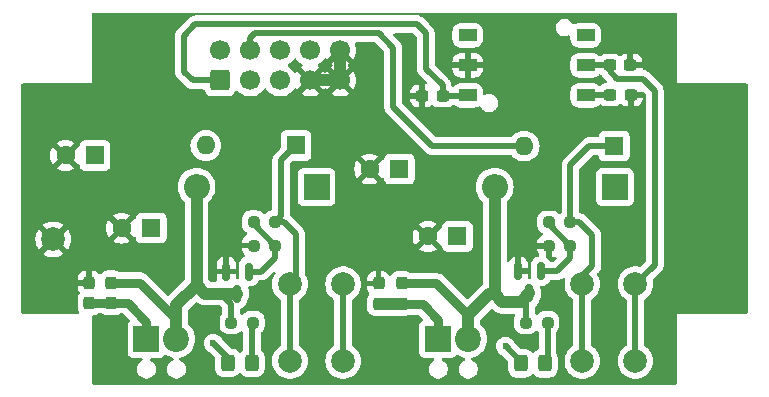
<source format=gtl>
G04 #@! TF.GenerationSoftware,KiCad,Pcbnew,8.0.0-rc1*
G04 #@! TF.CreationDate,2025-07-19T19:19:54+02:00*
G04 #@! TF.ProjectId,Pneumatic control unit system,506e6575-6d61-4746-9963-20636f6e7472,rev?*
G04 #@! TF.SameCoordinates,Original*
G04 #@! TF.FileFunction,Copper,L1,Top*
G04 #@! TF.FilePolarity,Positive*
%FSLAX46Y46*%
G04 Gerber Fmt 4.6, Leading zero omitted, Abs format (unit mm)*
G04 Created by KiCad (PCBNEW 8.0.0-rc1) date 2025-07-19 19:19:54*
%MOMM*%
%LPD*%
G01*
G04 APERTURE LIST*
G04 Aperture macros list*
%AMRoundRect*
0 Rectangle with rounded corners*
0 $1 Rounding radius*
0 $2 $3 $4 $5 $6 $7 $8 $9 X,Y pos of 4 corners*
0 Add a 4 corners polygon primitive as box body*
4,1,4,$2,$3,$4,$5,$6,$7,$8,$9,$2,$3,0*
0 Add four circle primitives for the rounded corners*
1,1,$1+$1,$2,$3*
1,1,$1+$1,$4,$5*
1,1,$1+$1,$6,$7*
1,1,$1+$1,$8,$9*
0 Add four rect primitives between the rounded corners*
20,1,$1+$1,$2,$3,$4,$5,0*
20,1,$1+$1,$4,$5,$6,$7,0*
20,1,$1+$1,$6,$7,$8,$9,0*
20,1,$1+$1,$8,$9,$2,$3,0*%
G04 Aperture macros list end*
G04 #@! TA.AperFunction,SMDPad,CuDef*
%ADD10RoundRect,0.237500X0.250000X0.237500X-0.250000X0.237500X-0.250000X-0.237500X0.250000X-0.237500X0*%
G04 #@! TD*
G04 #@! TA.AperFunction,ComponentPad*
%ADD11R,1.600000X1.600000*%
G04 #@! TD*
G04 #@! TA.AperFunction,ComponentPad*
%ADD12O,1.600000X1.600000*%
G04 #@! TD*
G04 #@! TA.AperFunction,ComponentPad*
%ADD13R,2.200000X2.200000*%
G04 #@! TD*
G04 #@! TA.AperFunction,ComponentPad*
%ADD14O,2.200000X2.200000*%
G04 #@! TD*
G04 #@! TA.AperFunction,ComponentPad*
%ADD15C,2.000000*%
G04 #@! TD*
G04 #@! TA.AperFunction,SMDPad,CuDef*
%ADD16RoundRect,0.275000X-0.525000X-0.275000X0.525000X-0.275000X0.525000X0.275000X-0.525000X0.275000X0*%
G04 #@! TD*
G04 #@! TA.AperFunction,SMDPad,CuDef*
%ADD17RoundRect,0.237500X0.237500X-0.300000X0.237500X0.300000X-0.237500X0.300000X-0.237500X-0.300000X0*%
G04 #@! TD*
G04 #@! TA.AperFunction,ComponentPad*
%ADD18RoundRect,0.250000X0.600000X-0.600000X0.600000X0.600000X-0.600000X0.600000X-0.600000X-0.600000X0*%
G04 #@! TD*
G04 #@! TA.AperFunction,ComponentPad*
%ADD19C,1.700000*%
G04 #@! TD*
G04 #@! TA.AperFunction,ComponentPad*
%ADD20C,2.200000*%
G04 #@! TD*
G04 #@! TA.AperFunction,SMDPad,CuDef*
%ADD21RoundRect,0.150000X-0.150000X0.587500X-0.150000X-0.587500X0.150000X-0.587500X0.150000X0.587500X0*%
G04 #@! TD*
G04 #@! TA.AperFunction,SMDPad,CuDef*
%ADD22RoundRect,0.250000X0.325000X0.450000X-0.325000X0.450000X-0.325000X-0.450000X0.325000X-0.450000X0*%
G04 #@! TD*
G04 #@! TA.AperFunction,SMDPad,CuDef*
%ADD23RoundRect,0.237500X-0.300000X-0.237500X0.300000X-0.237500X0.300000X0.237500X-0.300000X0.237500X0*%
G04 #@! TD*
G04 #@! TA.AperFunction,SMDPad,CuDef*
%ADD24RoundRect,0.237500X0.300000X0.237500X-0.300000X0.237500X-0.300000X-0.237500X0.300000X-0.237500X0*%
G04 #@! TD*
G04 #@! TA.AperFunction,ComponentPad*
%ADD25C,1.600000*%
G04 #@! TD*
G04 #@! TA.AperFunction,ViaPad*
%ADD26C,0.600000*%
G04 #@! TD*
G04 #@! TA.AperFunction,Conductor*
%ADD27C,1.000000*%
G04 #@! TD*
G04 #@! TA.AperFunction,Conductor*
%ADD28C,0.500000*%
G04 #@! TD*
G04 #@! TA.AperFunction,Conductor*
%ADD29C,0.750000*%
G04 #@! TD*
G04 APERTURE END LIST*
D10*
X65562500Y-48250000D03*
X63737500Y-48250000D03*
D11*
X44250000Y-33250000D03*
D12*
X36630000Y-33250000D03*
D10*
X67500000Y-39750000D03*
X65675000Y-39750000D03*
D13*
X71250000Y-36750000D03*
D14*
X61090000Y-36750000D03*
D15*
X43750000Y-51500000D03*
X43750000Y-45000000D03*
X48250000Y-51500000D03*
X48250000Y-45000000D03*
D10*
X67500000Y-41756250D03*
X65675000Y-41756250D03*
D15*
X68500000Y-51500000D03*
X68500000Y-45000000D03*
X73000000Y-51500000D03*
X73000000Y-45000000D03*
X23700000Y-41200000D03*
D13*
X46000000Y-36750000D03*
D14*
X35840000Y-36750000D03*
D16*
X58800000Y-23920000D03*
X58800000Y-26460000D03*
X58800000Y-29000000D03*
X68800000Y-29000000D03*
X68800000Y-26460000D03*
X68800000Y-23920000D03*
D10*
X40612500Y-48250000D03*
X38787500Y-48250000D03*
D17*
X26750000Y-46612500D03*
X26750000Y-44887500D03*
X51250000Y-46662500D03*
X51250000Y-44937500D03*
X53200000Y-46662500D03*
X53200000Y-44937500D03*
D18*
X37840000Y-27750000D03*
D19*
X37840000Y-25210000D03*
X40380000Y-27750000D03*
X40380000Y-25210000D03*
X42920000Y-27750000D03*
X42920000Y-25210000D03*
X45460000Y-27750000D03*
X45460000Y-25210000D03*
X48000000Y-27750000D03*
X48000000Y-25210000D03*
D13*
X31600000Y-49646860D03*
D20*
X34140000Y-49646860D03*
D21*
X40250000Y-43925000D03*
X38350000Y-43925000D03*
X39300000Y-45800000D03*
D17*
X28600000Y-46600000D03*
X28600000Y-44875000D03*
D10*
X42500000Y-41725000D03*
X40675000Y-41725000D03*
X42500000Y-39725000D03*
X40675000Y-39725000D03*
D22*
X65334360Y-51700000D03*
X63284360Y-51700000D03*
D23*
X70887500Y-28960000D03*
X72612500Y-28960000D03*
D11*
X71200000Y-33300000D03*
D12*
X63580000Y-33300000D03*
D21*
X64975000Y-43901250D03*
X63075000Y-43901250D03*
X64025000Y-45776250D03*
D24*
X56675000Y-29060000D03*
X54950000Y-29060000D03*
D23*
X70837500Y-26460000D03*
X72562500Y-26460000D03*
D22*
X40528750Y-51653140D03*
X38478750Y-51653140D03*
D13*
X56300610Y-49646860D03*
D20*
X58840610Y-49646860D03*
D11*
X32000000Y-40250000D03*
D25*
X29500000Y-40250000D03*
D11*
X53000000Y-35250000D03*
D25*
X50500000Y-35250000D03*
D11*
X57932380Y-40950000D03*
D25*
X55432380Y-40950000D03*
D11*
X27250000Y-34100000D03*
D25*
X24750000Y-34100000D03*
D26*
X62000000Y-50250000D03*
X37250000Y-50000000D03*
D27*
X45460000Y-27750000D02*
X48000000Y-27750000D01*
X48000000Y-27750000D02*
X48000000Y-25210000D01*
D28*
X40675000Y-41675000D02*
X40725000Y-41725000D01*
X40775000Y-41775000D02*
X40725000Y-41725000D01*
X40725000Y-41725000D02*
X40725000Y-41575000D01*
X74650000Y-43350000D02*
X73000000Y-45000000D01*
X48250000Y-45000000D02*
X48250000Y-51500000D01*
X70837500Y-26987500D02*
X71450000Y-27600000D01*
X70837500Y-26460000D02*
X70837500Y-26987500D01*
X73000000Y-45000000D02*
X73000000Y-51500000D01*
X74650000Y-28650000D02*
X74650000Y-43350000D01*
X73600000Y-27600000D02*
X74650000Y-28650000D01*
X70837500Y-26460000D02*
X68800000Y-26460000D01*
X71450000Y-27600000D02*
X73600000Y-27600000D01*
D29*
X56300610Y-49646860D02*
X56300610Y-48020111D01*
X28600000Y-46600000D02*
X26762500Y-46600000D01*
D28*
X38478750Y-51653140D02*
X38478750Y-51228750D01*
D27*
X53200000Y-46662500D02*
X51503750Y-46662500D01*
D29*
X31600000Y-48193251D02*
X31600000Y-49646860D01*
D28*
X63284360Y-51700000D02*
X63284360Y-51534360D01*
X38478750Y-51228750D02*
X37250000Y-50000000D01*
D29*
X26762500Y-46600000D02*
X26750000Y-46612500D01*
D28*
X63250000Y-51500000D02*
X62000000Y-50250000D01*
X63284360Y-51534360D02*
X63250000Y-51500000D01*
D29*
X30006749Y-46600000D02*
X28600000Y-46600000D01*
X56300610Y-48020111D02*
X54982999Y-46702500D01*
X51481250Y-46640000D02*
X51456250Y-46665000D01*
X54982999Y-46702500D02*
X53240610Y-46702500D01*
X31600000Y-48193251D02*
X30006749Y-46600000D01*
D28*
X38478750Y-51653140D02*
X38153140Y-51653140D01*
D27*
X51503750Y-46662500D02*
X51481250Y-46640000D01*
D28*
X56675000Y-28175000D02*
X55250000Y-26750000D01*
X35750000Y-23000000D02*
X34750000Y-24000000D01*
X56675000Y-29060000D02*
X58740000Y-29060000D01*
X56675000Y-29060000D02*
X56675000Y-28175000D01*
X34750000Y-24000000D02*
X34750000Y-27000000D01*
X58740000Y-29060000D02*
X58800000Y-29000000D01*
X55250000Y-26750000D02*
X55250000Y-23750000D01*
X55250000Y-23750000D02*
X54500000Y-23000000D01*
X34750000Y-27000000D02*
X35500000Y-27750000D01*
X54500000Y-23000000D02*
X35750000Y-23000000D01*
X35500000Y-27750000D02*
X37840000Y-27750000D01*
X40675000Y-39900000D02*
X42500000Y-41725000D01*
X42500000Y-42750000D02*
X42500000Y-41725000D01*
X40250000Y-43925000D02*
X41325000Y-43925000D01*
X40675000Y-39725000D02*
X40675000Y-39900000D01*
X41325000Y-43925000D02*
X42500000Y-42750000D01*
X40225000Y-43900000D02*
X40250000Y-43925000D01*
X67500000Y-42750000D02*
X67500000Y-41756250D01*
X65675000Y-39750000D02*
X65675000Y-39931250D01*
X65675000Y-39931250D02*
X67500000Y-41756250D01*
X66348750Y-43901250D02*
X67500000Y-42750000D01*
X64975000Y-43901250D02*
X66348750Y-43901250D01*
X68800000Y-29000000D02*
X70847500Y-29000000D01*
X70847500Y-29000000D02*
X70887500Y-28960000D01*
X34295640Y-49615640D02*
X34140000Y-49460000D01*
D29*
X31075000Y-44875000D02*
X34140000Y-47940000D01*
D28*
X38787500Y-46687500D02*
X38000000Y-45900000D01*
D27*
X34140000Y-46753140D02*
X34140000Y-49646860D01*
X38000000Y-45800000D02*
X39300000Y-45800000D01*
D28*
X38787500Y-48250000D02*
X38787500Y-46687500D01*
D27*
X35840000Y-45053140D02*
X36586860Y-45800000D01*
X35840000Y-36750000D02*
X35840000Y-45053140D01*
D29*
X28600000Y-44875000D02*
X31075000Y-44875000D01*
X34140000Y-47940000D02*
X34140000Y-49646860D01*
D27*
X36586860Y-45800000D02*
X38000000Y-45800000D01*
D28*
X38000000Y-45900000D02*
X38000000Y-45800000D01*
D27*
X35840000Y-45053140D02*
X34140000Y-46753140D01*
X63301250Y-46500000D02*
X64025000Y-45776250D01*
D29*
X53200000Y-44937500D02*
X56137500Y-44937500D01*
D27*
X61090000Y-45852530D02*
X60628690Y-45852530D01*
X61090000Y-45852530D02*
X61737470Y-46500000D01*
D28*
X63737500Y-48250000D02*
X63737500Y-46063750D01*
D27*
X60628690Y-45852530D02*
X58840610Y-47640610D01*
X61737470Y-46500000D02*
X63301250Y-46500000D01*
X61090000Y-36750000D02*
X61090000Y-45852530D01*
D29*
X56137500Y-44937500D02*
X58840610Y-47640610D01*
D27*
X58840610Y-47640610D02*
X58840610Y-49646860D01*
D28*
X40528750Y-48333750D02*
X40612500Y-48250000D01*
X40528750Y-51653140D02*
X40528750Y-48333750D01*
X40282389Y-51390640D02*
X40507389Y-51615640D01*
X40528750Y-48471250D02*
X40750000Y-48250000D01*
X65562500Y-51471860D02*
X65334360Y-51700000D01*
X65562500Y-48250000D02*
X65562500Y-51471860D01*
X42500000Y-39725000D02*
X43225000Y-39725000D01*
X42500000Y-39725000D02*
X43000000Y-39225000D01*
X43750000Y-45000000D02*
X43750000Y-51500000D01*
X44250000Y-40750000D02*
X44250000Y-45000000D01*
X43000000Y-39225000D02*
X43000000Y-34500000D01*
X43000000Y-34500000D02*
X44250000Y-33250000D01*
X43225000Y-39725000D02*
X44250000Y-40750000D01*
X67500000Y-39750000D02*
X68250000Y-39750000D01*
X69100000Y-33300000D02*
X71200000Y-33300000D01*
X68500000Y-44300000D02*
X68500000Y-45000000D01*
X68250000Y-39750000D02*
X69350000Y-40850000D01*
X67500000Y-34900000D02*
X69100000Y-33300000D01*
X69350000Y-43450000D02*
X68500000Y-44300000D01*
X67500000Y-39750000D02*
X67500000Y-34900000D01*
X68500000Y-45000000D02*
X68500000Y-51500000D01*
X69350000Y-40850000D02*
X69350000Y-43450000D01*
X40380000Y-24120000D02*
X40750000Y-23750000D01*
X52500000Y-30000000D02*
X55800000Y-33300000D01*
X55800000Y-33300000D02*
X63580000Y-33300000D01*
X40380000Y-25210000D02*
X40380000Y-24120000D01*
X40750000Y-23750000D02*
X51250000Y-23750000D01*
X51250000Y-23750000D02*
X52500000Y-25000000D01*
X52500000Y-25000000D02*
X52500000Y-30000000D01*
G04 #@! TA.AperFunction,Conductor*
G36*
X44274855Y-25876546D02*
G01*
X44291575Y-25895842D01*
X44421500Y-26081395D01*
X44421505Y-26081401D01*
X44588599Y-26248495D01*
X44774158Y-26378425D01*
X44774594Y-26378730D01*
X44818218Y-26433307D01*
X44825411Y-26502806D01*
X44793889Y-26565160D01*
X44774593Y-26581880D01*
X44698626Y-26635072D01*
X44698625Y-26635072D01*
X45330590Y-27267037D01*
X45267007Y-27284075D01*
X45152993Y-27349901D01*
X45059901Y-27442993D01*
X44994075Y-27557007D01*
X44977037Y-27620590D01*
X44345073Y-26988626D01*
X44291881Y-27064594D01*
X44237304Y-27108219D01*
X44167806Y-27115413D01*
X44105451Y-27083891D01*
X44088730Y-27064594D01*
X43958494Y-26878597D01*
X43791402Y-26711506D01*
X43791396Y-26711501D01*
X43605842Y-26581575D01*
X43562217Y-26526998D01*
X43555023Y-26457500D01*
X43586546Y-26395145D01*
X43605842Y-26378425D01*
X43733165Y-26289272D01*
X43791401Y-26248495D01*
X43958495Y-26081401D01*
X44088425Y-25895842D01*
X44143002Y-25852217D01*
X44212500Y-25845023D01*
X44274855Y-25876546D01*
G37*
G04 #@! TD.AperFunction*
G04 #@! TA.AperFunction,Conductor*
G36*
X47534075Y-25402993D02*
G01*
X47599901Y-25517007D01*
X47692993Y-25610099D01*
X47807007Y-25675925D01*
X47870590Y-25692962D01*
X47238625Y-26324925D01*
X47315031Y-26378425D01*
X47358655Y-26433002D01*
X47365848Y-26502501D01*
X47334326Y-26564855D01*
X47315029Y-26581576D01*
X47238625Y-26635072D01*
X47870590Y-27267037D01*
X47807007Y-27284075D01*
X47692993Y-27349901D01*
X47599901Y-27442993D01*
X47534075Y-27557007D01*
X47517037Y-27620590D01*
X46885072Y-26988625D01*
X46885072Y-26988626D01*
X46831574Y-27065030D01*
X46776998Y-27108655D01*
X46707499Y-27115849D01*
X46645144Y-27084326D01*
X46628424Y-27065030D01*
X46574925Y-26988626D01*
X46574925Y-26988625D01*
X45942962Y-27620589D01*
X45925925Y-27557007D01*
X45860099Y-27442993D01*
X45767007Y-27349901D01*
X45652993Y-27284075D01*
X45589410Y-27267037D01*
X46221373Y-26635073D01*
X46221373Y-26635072D01*
X46145405Y-26581880D01*
X46101780Y-26527304D01*
X46094586Y-26457805D01*
X46126108Y-26395451D01*
X46145399Y-26378734D01*
X46331401Y-26248495D01*
X46498495Y-26081401D01*
X46628732Y-25895403D01*
X46683307Y-25851780D01*
X46752805Y-25844586D01*
X46815160Y-25876109D01*
X46831880Y-25895405D01*
X46885073Y-25971373D01*
X47517037Y-25339408D01*
X47534075Y-25402993D01*
G37*
G04 #@! TD.AperFunction*
G04 #@! TA.AperFunction,Conductor*
G36*
X76443039Y-22020185D02*
G01*
X76488794Y-22072989D01*
X76500000Y-22124500D01*
X76500000Y-28000000D01*
X82375500Y-28000000D01*
X82442539Y-28019685D01*
X82488294Y-28072489D01*
X82499500Y-28124000D01*
X82499500Y-47376000D01*
X82479815Y-47443039D01*
X82427011Y-47488794D01*
X82375500Y-47500000D01*
X76500000Y-47500000D01*
X76500000Y-53375500D01*
X76480315Y-53442539D01*
X76427511Y-53488294D01*
X76376000Y-53499500D01*
X27124000Y-53499500D01*
X27056961Y-53479815D01*
X27011206Y-53427011D01*
X27000000Y-53375500D01*
X27000000Y-47766224D01*
X27019685Y-47699185D01*
X27072489Y-47653430D01*
X27111398Y-47642866D01*
X27137753Y-47640174D01*
X27301516Y-47585908D01*
X27448350Y-47495340D01*
X27448351Y-47495338D01*
X27450585Y-47493961D01*
X27515682Y-47475500D01*
X27854584Y-47475500D01*
X27919679Y-47493960D01*
X28048484Y-47573408D01*
X28212247Y-47627674D01*
X28313323Y-47638000D01*
X28886676Y-47637999D01*
X28886684Y-47637998D01*
X28886687Y-47637998D01*
X28942030Y-47632344D01*
X28987753Y-47627674D01*
X29151516Y-47573408D01*
X29280320Y-47493960D01*
X29345416Y-47475500D01*
X29592743Y-47475500D01*
X29659782Y-47495185D01*
X29680424Y-47511819D01*
X30164486Y-47995881D01*
X30197971Y-48057204D01*
X30192987Y-48126896D01*
X30151121Y-48182825D01*
X30142454Y-48189313D01*
X30142452Y-48189315D01*
X30056206Y-48304524D01*
X30056202Y-48304531D01*
X30005908Y-48439377D01*
X29999501Y-48498976D01*
X29999500Y-48498995D01*
X29999500Y-50794730D01*
X29999501Y-50794736D01*
X30005908Y-50854343D01*
X30056202Y-50989188D01*
X30056206Y-50989195D01*
X30142452Y-51104404D01*
X30142455Y-51104407D01*
X30257664Y-51190653D01*
X30257671Y-51190657D01*
X30392517Y-51240951D01*
X30392516Y-51240951D01*
X30399444Y-51241695D01*
X30452127Y-51247360D01*
X31156427Y-51247359D01*
X31223464Y-51267043D01*
X31269219Y-51319847D01*
X31279163Y-51389006D01*
X31250138Y-51452562D01*
X31225316Y-51474461D01*
X31089711Y-51565070D01*
X31089707Y-51565073D01*
X30978213Y-51676567D01*
X30978210Y-51676571D01*
X30890609Y-51807674D01*
X30890602Y-51807687D01*
X30830264Y-51953358D01*
X30830261Y-51953370D01*
X30799500Y-52108013D01*
X30799500Y-52265706D01*
X30830261Y-52420349D01*
X30830264Y-52420361D01*
X30890602Y-52566032D01*
X30890609Y-52566045D01*
X30978210Y-52697148D01*
X30978213Y-52697152D01*
X31089707Y-52808646D01*
X31089711Y-52808649D01*
X31220814Y-52896250D01*
X31220827Y-52896257D01*
X31366498Y-52956595D01*
X31366503Y-52956597D01*
X31521153Y-52987359D01*
X31521156Y-52987360D01*
X31521158Y-52987360D01*
X31678844Y-52987360D01*
X31678845Y-52987359D01*
X31833497Y-52956597D01*
X31979179Y-52896254D01*
X32110289Y-52808649D01*
X32221789Y-52697149D01*
X32309394Y-52566039D01*
X32369737Y-52420357D01*
X32400500Y-52265702D01*
X32400500Y-52108018D01*
X32400500Y-52108015D01*
X32400499Y-52108013D01*
X32369738Y-51953370D01*
X32369737Y-51953363D01*
X32369735Y-51953358D01*
X32309397Y-51807687D01*
X32309390Y-51807674D01*
X32221789Y-51676571D01*
X32221786Y-51676567D01*
X32110292Y-51565073D01*
X32110288Y-51565070D01*
X31974683Y-51474461D01*
X31929878Y-51420849D01*
X31921171Y-51351524D01*
X31951326Y-51288496D01*
X32010769Y-51251777D01*
X32043571Y-51247359D01*
X32747872Y-51247359D01*
X32807483Y-51240951D01*
X32942331Y-51190656D01*
X33057546Y-51104406D01*
X33114928Y-51027753D01*
X33170860Y-50985884D01*
X33240552Y-50980900D01*
X33278981Y-50996338D01*
X33303100Y-51011118D01*
X33411140Y-51077326D01*
X33476523Y-51104408D01*
X33643889Y-51173733D01*
X33811043Y-51213863D01*
X33871634Y-51248652D01*
X33903799Y-51310678D01*
X33897323Y-51380247D01*
X33854264Y-51435271D01*
X33829550Y-51448997D01*
X33760820Y-51477466D01*
X33760814Y-51477469D01*
X33629711Y-51565070D01*
X33629707Y-51565073D01*
X33518213Y-51676567D01*
X33518210Y-51676571D01*
X33430609Y-51807674D01*
X33430602Y-51807687D01*
X33370264Y-51953358D01*
X33370261Y-51953370D01*
X33339500Y-52108013D01*
X33339500Y-52265706D01*
X33370261Y-52420349D01*
X33370264Y-52420361D01*
X33430602Y-52566032D01*
X33430609Y-52566045D01*
X33518210Y-52697148D01*
X33518213Y-52697152D01*
X33629707Y-52808646D01*
X33629711Y-52808649D01*
X33760814Y-52896250D01*
X33760827Y-52896257D01*
X33906498Y-52956595D01*
X33906503Y-52956597D01*
X34061153Y-52987359D01*
X34061156Y-52987360D01*
X34061158Y-52987360D01*
X34218844Y-52987360D01*
X34218845Y-52987359D01*
X34373497Y-52956597D01*
X34519179Y-52896254D01*
X34650289Y-52808649D01*
X34761789Y-52697149D01*
X34849394Y-52566039D01*
X34909737Y-52420357D01*
X34940500Y-52265702D01*
X34940500Y-52108018D01*
X34940500Y-52108015D01*
X34940499Y-52108013D01*
X34909738Y-51953370D01*
X34909737Y-51953363D01*
X34909735Y-51953358D01*
X34849397Y-51807687D01*
X34849390Y-51807674D01*
X34761789Y-51676571D01*
X34761786Y-51676567D01*
X34650292Y-51565073D01*
X34650288Y-51565070D01*
X34519185Y-51477469D01*
X34519175Y-51477464D01*
X34450450Y-51448997D01*
X34396047Y-51405156D01*
X34373982Y-51338861D01*
X34391261Y-51271162D01*
X34442399Y-51223552D01*
X34468950Y-51213864D01*
X34636111Y-51173733D01*
X34868859Y-51077326D01*
X35083659Y-50945696D01*
X35275224Y-50782084D01*
X35438836Y-50590519D01*
X35570466Y-50375719D01*
X35666873Y-50142971D01*
X35725683Y-49898008D01*
X35745449Y-49646860D01*
X35725683Y-49395712D01*
X35666873Y-49150749D01*
X35637964Y-49080956D01*
X35570466Y-48918000D01*
X35438839Y-48703206D01*
X35438838Y-48703203D01*
X35382936Y-48637751D01*
X35275224Y-48511636D01*
X35215376Y-48460520D01*
X35183968Y-48433695D01*
X35145775Y-48375187D01*
X35140500Y-48339405D01*
X35140500Y-47218921D01*
X35160185Y-47151882D01*
X35176815Y-47131244D01*
X35752319Y-46555739D01*
X35813640Y-46522256D01*
X35883331Y-46527240D01*
X35927679Y-46555741D01*
X35949075Y-46577137D01*
X35949079Y-46577140D01*
X36112939Y-46686628D01*
X36112945Y-46686631D01*
X36112946Y-46686632D01*
X36295025Y-46762052D01*
X36488315Y-46800500D01*
X36488318Y-46800501D01*
X36488320Y-46800501D01*
X36691515Y-46800501D01*
X36691535Y-46800500D01*
X37787770Y-46800500D01*
X37854809Y-46820185D01*
X37875446Y-46836814D01*
X38000682Y-46962049D01*
X38034166Y-47023370D01*
X38037000Y-47049729D01*
X38037000Y-47417948D01*
X38017315Y-47484987D01*
X38000681Y-47505629D01*
X37954661Y-47551648D01*
X37864093Y-47698481D01*
X37864091Y-47698486D01*
X37863424Y-47700499D01*
X37809826Y-47862247D01*
X37809826Y-47862248D01*
X37809825Y-47862248D01*
X37799500Y-47963315D01*
X37799500Y-48536669D01*
X37799501Y-48536687D01*
X37809825Y-48637752D01*
X37864092Y-48801515D01*
X37864093Y-48801518D01*
X37898395Y-48857129D01*
X37954660Y-48948350D01*
X38076650Y-49070340D01*
X38223484Y-49160908D01*
X38387247Y-49215174D01*
X38488323Y-49225500D01*
X39086676Y-49225499D01*
X39086684Y-49225498D01*
X39086687Y-49225498D01*
X39142030Y-49219844D01*
X39187753Y-49215174D01*
X39351516Y-49160908D01*
X39498350Y-49070340D01*
X39566569Y-49002121D01*
X39627892Y-48968636D01*
X39697584Y-48973620D01*
X39753517Y-49015492D01*
X39777934Y-49080956D01*
X39778250Y-49089802D01*
X39778250Y-50516272D01*
X39758565Y-50583311D01*
X39739366Y-50604486D01*
X39740201Y-50605321D01*
X39611038Y-50734483D01*
X39611035Y-50734486D01*
X39609287Y-50737322D01*
X39607579Y-50738857D01*
X39606557Y-50740151D01*
X39606335Y-50739976D01*
X39557339Y-50784045D01*
X39488376Y-50795266D01*
X39424294Y-50767422D01*
X39398213Y-50737322D01*
X39396464Y-50734486D01*
X39272407Y-50610429D01*
X39272406Y-50610428D01*
X39123084Y-50518326D01*
X38956547Y-50463141D01*
X38956545Y-50463140D01*
X38853766Y-50452640D01*
X38853759Y-50452640D01*
X38815370Y-50452640D01*
X38748331Y-50432955D01*
X38727689Y-50416321D01*
X38003307Y-49691939D01*
X37980653Y-49655869D01*
X37978813Y-49656756D01*
X37975792Y-49650484D01*
X37975789Y-49650480D01*
X37975789Y-49650478D01*
X37879816Y-49497738D01*
X37752262Y-49370184D01*
X37599523Y-49274211D01*
X37429254Y-49214631D01*
X37429249Y-49214630D01*
X37250004Y-49194435D01*
X37249996Y-49194435D01*
X37070750Y-49214630D01*
X37070745Y-49214631D01*
X36900476Y-49274211D01*
X36747737Y-49370184D01*
X36620184Y-49497737D01*
X36524211Y-49650476D01*
X36464631Y-49820745D01*
X36464630Y-49820750D01*
X36444435Y-49999996D01*
X36444435Y-50000003D01*
X36464630Y-50179249D01*
X36464631Y-50179254D01*
X36524211Y-50349523D01*
X36595628Y-50463181D01*
X36620184Y-50502262D01*
X36747738Y-50629816D01*
X36900478Y-50725789D01*
X36900480Y-50725789D01*
X36900484Y-50725792D01*
X36906756Y-50728813D01*
X36905869Y-50730653D01*
X36941939Y-50753307D01*
X37366931Y-51178299D01*
X37400416Y-51239622D01*
X37403250Y-51265980D01*
X37403250Y-51566934D01*
X37402654Y-51579073D01*
X37402640Y-51579215D01*
X37402640Y-51727061D01*
X37402654Y-51727204D01*
X37403250Y-51739345D01*
X37403250Y-52153141D01*
X37403251Y-52153159D01*
X37413750Y-52255936D01*
X37413751Y-52255939D01*
X37468935Y-52422471D01*
X37468937Y-52422476D01*
X37470361Y-52424785D01*
X37561038Y-52571796D01*
X37685094Y-52695852D01*
X37834416Y-52787954D01*
X38000953Y-52843139D01*
X38103741Y-52853640D01*
X38853758Y-52853639D01*
X38853766Y-52853638D01*
X38853769Y-52853638D01*
X38910052Y-52847888D01*
X38956547Y-52843139D01*
X39123084Y-52787954D01*
X39272406Y-52695852D01*
X39396462Y-52571796D01*
X39398211Y-52568959D01*
X39399919Y-52567423D01*
X39400943Y-52566129D01*
X39401164Y-52566303D01*
X39450156Y-52522236D01*
X39519118Y-52511012D01*
X39583201Y-52538853D01*
X39609287Y-52568957D01*
X39611038Y-52571796D01*
X39735094Y-52695852D01*
X39884416Y-52787954D01*
X40050953Y-52843139D01*
X40153741Y-52853640D01*
X40903758Y-52853639D01*
X40903766Y-52853638D01*
X40903769Y-52853638D01*
X40960052Y-52847888D01*
X41006547Y-52843139D01*
X41173084Y-52787954D01*
X41322406Y-52695852D01*
X41446462Y-52571796D01*
X41538564Y-52422474D01*
X41593749Y-52255937D01*
X41604250Y-52153149D01*
X41604249Y-51153132D01*
X41599271Y-51104404D01*
X41593749Y-51050343D01*
X41593748Y-51050340D01*
X41575854Y-50996339D01*
X41538564Y-50883806D01*
X41446462Y-50734484D01*
X41322406Y-50610428D01*
X41317299Y-50605321D01*
X41319185Y-50603434D01*
X41285962Y-50556515D01*
X41279250Y-50516272D01*
X41279250Y-49165242D01*
X41298935Y-49098203D01*
X41318937Y-49076141D01*
X41318243Y-49075447D01*
X41378677Y-49015013D01*
X41445340Y-48948350D01*
X41535908Y-48801516D01*
X41590174Y-48637753D01*
X41600500Y-48536677D01*
X41600499Y-47963324D01*
X41597555Y-47934507D01*
X41590174Y-47862247D01*
X41562438Y-47778546D01*
X41535908Y-47698484D01*
X41445340Y-47551650D01*
X41323350Y-47429660D01*
X41176516Y-47339092D01*
X41012753Y-47284826D01*
X41012751Y-47284825D01*
X40911678Y-47274500D01*
X40313330Y-47274500D01*
X40313312Y-47274501D01*
X40212247Y-47284825D01*
X40048484Y-47339092D01*
X40048481Y-47339093D01*
X39901648Y-47429661D01*
X39787681Y-47543629D01*
X39726358Y-47577114D01*
X39656666Y-47572130D01*
X39612319Y-47543629D01*
X39574319Y-47505629D01*
X39540834Y-47444306D01*
X39538000Y-47417948D01*
X39538000Y-47132432D01*
X39557685Y-47065393D01*
X39610489Y-47019638D01*
X39627393Y-47013359D01*
X39710398Y-46989244D01*
X39851865Y-46905581D01*
X39968081Y-46789365D01*
X40051744Y-46647898D01*
X40097598Y-46490069D01*
X40100500Y-46453194D01*
X40100500Y-46440434D01*
X40120185Y-46373395D01*
X40121398Y-46371543D01*
X40186632Y-46273914D01*
X40196470Y-46250164D01*
X40232885Y-46162248D01*
X40262051Y-46091835D01*
X40276333Y-46020037D01*
X40300500Y-45898543D01*
X40300500Y-45701456D01*
X40262052Y-45508170D01*
X40262051Y-45508169D01*
X40262051Y-45508165D01*
X40259212Y-45501311D01*
X40190098Y-45334452D01*
X40182629Y-45264983D01*
X40213905Y-45202504D01*
X40273994Y-45166852D01*
X40304659Y-45163000D01*
X40465686Y-45163000D01*
X40465694Y-45163000D01*
X40502569Y-45160098D01*
X40502571Y-45160097D01*
X40502573Y-45160097D01*
X40561069Y-45143102D01*
X40660398Y-45114244D01*
X40801865Y-45030581D01*
X40918081Y-44914365D01*
X41001744Y-44772898D01*
X41002747Y-44769445D01*
X41004067Y-44764904D01*
X41041674Y-44706018D01*
X41105147Y-44676813D01*
X41123143Y-44675500D01*
X41398920Y-44675500D01*
X41505012Y-44654396D01*
X41543913Y-44646658D01*
X41680495Y-44590084D01*
X41733834Y-44554444D01*
X41803416Y-44507952D01*
X42330187Y-43981180D01*
X42391508Y-43947697D01*
X42461199Y-43952681D01*
X42517133Y-43994552D01*
X42541550Y-44060017D01*
X42526698Y-44128290D01*
X42521675Y-44136684D01*
X42425826Y-44283393D01*
X42325936Y-44511118D01*
X42264892Y-44752175D01*
X42264890Y-44752187D01*
X42244357Y-44999994D01*
X42244357Y-45000005D01*
X42264890Y-45247812D01*
X42264892Y-45247824D01*
X42325936Y-45488881D01*
X42425826Y-45716606D01*
X42561833Y-45924782D01*
X42592291Y-45957868D01*
X42730256Y-46107738D01*
X42852764Y-46203090D01*
X42919325Y-46254897D01*
X42926491Y-46260474D01*
X42931741Y-46263315D01*
X42934513Y-46264815D01*
X42984106Y-46314032D01*
X42999500Y-46373872D01*
X42999500Y-50126128D01*
X42979815Y-50193167D01*
X42934522Y-50235179D01*
X42926491Y-50239526D01*
X42795667Y-50341350D01*
X42730257Y-50392261D01*
X42561833Y-50575217D01*
X42425826Y-50783393D01*
X42325936Y-51011118D01*
X42264892Y-51252175D01*
X42264890Y-51252187D01*
X42244357Y-51499994D01*
X42244357Y-51500005D01*
X42264890Y-51747812D01*
X42264892Y-51747824D01*
X42325936Y-51988881D01*
X42425826Y-52216606D01*
X42561833Y-52424782D01*
X42561836Y-52424785D01*
X42730256Y-52607738D01*
X42926491Y-52760474D01*
X42926493Y-52760475D01*
X43079242Y-52843139D01*
X43145190Y-52878828D01*
X43380386Y-52959571D01*
X43625665Y-53000500D01*
X43874335Y-53000500D01*
X44119614Y-52959571D01*
X44354810Y-52878828D01*
X44573509Y-52760474D01*
X44769744Y-52607738D01*
X44938164Y-52424785D01*
X45074173Y-52216607D01*
X45174063Y-51988881D01*
X45235108Y-51747821D01*
X45235109Y-51747812D01*
X45255643Y-51500005D01*
X46744357Y-51500005D01*
X46764890Y-51747812D01*
X46764892Y-51747824D01*
X46825936Y-51988881D01*
X46925826Y-52216606D01*
X47061833Y-52424782D01*
X47061836Y-52424785D01*
X47230256Y-52607738D01*
X47426491Y-52760474D01*
X47426493Y-52760475D01*
X47579242Y-52843139D01*
X47645190Y-52878828D01*
X47880386Y-52959571D01*
X48125665Y-53000500D01*
X48374335Y-53000500D01*
X48619614Y-52959571D01*
X48854810Y-52878828D01*
X49073509Y-52760474D01*
X49269744Y-52607738D01*
X49438164Y-52424785D01*
X49574173Y-52216607D01*
X49674063Y-51988881D01*
X49735108Y-51747821D01*
X49735109Y-51747812D01*
X49755643Y-51500005D01*
X49755643Y-51499994D01*
X49735109Y-51252187D01*
X49735107Y-51252175D01*
X49674063Y-51011118D01*
X49574173Y-50783393D01*
X49438166Y-50575217D01*
X49378129Y-50510000D01*
X49269744Y-50392262D01*
X49073509Y-50239526D01*
X49065477Y-50235179D01*
X49015891Y-50185961D01*
X49000500Y-50126128D01*
X49000500Y-47011669D01*
X50274500Y-47011669D01*
X50274501Y-47011687D01*
X50284825Y-47112752D01*
X50297792Y-47151882D01*
X50338424Y-47274501D01*
X50339092Y-47276515D01*
X50339093Y-47276518D01*
X50360302Y-47310903D01*
X50429660Y-47423350D01*
X50551650Y-47545340D01*
X50698484Y-47635908D01*
X50862247Y-47690174D01*
X50963323Y-47700500D01*
X51536676Y-47700499D01*
X51536684Y-47700498D01*
X51536687Y-47700498D01*
X51592030Y-47694844D01*
X51637753Y-47690174D01*
X51700765Y-47669293D01*
X51739768Y-47663000D01*
X52710232Y-47663000D01*
X52749235Y-47669293D01*
X52812247Y-47690174D01*
X52913323Y-47700500D01*
X53486676Y-47700499D01*
X53486684Y-47700498D01*
X53486687Y-47700498D01*
X53542030Y-47694844D01*
X53587753Y-47690174D01*
X53751516Y-47635908D01*
X53771028Y-47623872D01*
X53815471Y-47596461D01*
X53880567Y-47578000D01*
X54568993Y-47578000D01*
X54636032Y-47597685D01*
X54656674Y-47614319D01*
X54964112Y-47921757D01*
X54997597Y-47983080D01*
X54992613Y-48052772D01*
X54950743Y-48108704D01*
X54843062Y-48189315D01*
X54756816Y-48304524D01*
X54756812Y-48304531D01*
X54706518Y-48439377D01*
X54700111Y-48498976D01*
X54700110Y-48498995D01*
X54700110Y-50794730D01*
X54700111Y-50794736D01*
X54706518Y-50854343D01*
X54756812Y-50989188D01*
X54756816Y-50989195D01*
X54843062Y-51104404D01*
X54843065Y-51104407D01*
X54958274Y-51190653D01*
X54958281Y-51190657D01*
X55093127Y-51240951D01*
X55093126Y-51240951D01*
X55100054Y-51241695D01*
X55152737Y-51247360D01*
X55857037Y-51247359D01*
X55924074Y-51267043D01*
X55969829Y-51319847D01*
X55979773Y-51389006D01*
X55950748Y-51452562D01*
X55925926Y-51474461D01*
X55790321Y-51565070D01*
X55790317Y-51565073D01*
X55678823Y-51676567D01*
X55678820Y-51676571D01*
X55591219Y-51807674D01*
X55591212Y-51807687D01*
X55530874Y-51953358D01*
X55530871Y-51953370D01*
X55500110Y-52108013D01*
X55500110Y-52265706D01*
X55530871Y-52420349D01*
X55530874Y-52420361D01*
X55591212Y-52566032D01*
X55591219Y-52566045D01*
X55678820Y-52697148D01*
X55678823Y-52697152D01*
X55790317Y-52808646D01*
X55790321Y-52808649D01*
X55921424Y-52896250D01*
X55921437Y-52896257D01*
X56067108Y-52956595D01*
X56067113Y-52956597D01*
X56221763Y-52987359D01*
X56221766Y-52987360D01*
X56221768Y-52987360D01*
X56379454Y-52987360D01*
X56379455Y-52987359D01*
X56534107Y-52956597D01*
X56679789Y-52896254D01*
X56810899Y-52808649D01*
X56922399Y-52697149D01*
X57010004Y-52566039D01*
X57070347Y-52420357D01*
X57101110Y-52265702D01*
X57101110Y-52108018D01*
X57101110Y-52108015D01*
X57101109Y-52108013D01*
X57070348Y-51953370D01*
X57070347Y-51953363D01*
X57070345Y-51953358D01*
X57010007Y-51807687D01*
X57010000Y-51807674D01*
X56922399Y-51676571D01*
X56922396Y-51676567D01*
X56810902Y-51565073D01*
X56810898Y-51565070D01*
X56675293Y-51474461D01*
X56630488Y-51420849D01*
X56621781Y-51351524D01*
X56651936Y-51288496D01*
X56711379Y-51251777D01*
X56744181Y-51247359D01*
X57448482Y-51247359D01*
X57508093Y-51240951D01*
X57642941Y-51190656D01*
X57758156Y-51104406D01*
X57815538Y-51027753D01*
X57871470Y-50985884D01*
X57941162Y-50980900D01*
X57979591Y-50996338D01*
X58003710Y-51011118D01*
X58111750Y-51077326D01*
X58177133Y-51104408D01*
X58344499Y-51173733D01*
X58511653Y-51213863D01*
X58572244Y-51248652D01*
X58604409Y-51310678D01*
X58597933Y-51380247D01*
X58554874Y-51435271D01*
X58530160Y-51448997D01*
X58461430Y-51477466D01*
X58461424Y-51477469D01*
X58330321Y-51565070D01*
X58330317Y-51565073D01*
X58218823Y-51676567D01*
X58218820Y-51676571D01*
X58131219Y-51807674D01*
X58131212Y-51807687D01*
X58070874Y-51953358D01*
X58070871Y-51953370D01*
X58040110Y-52108013D01*
X58040110Y-52265706D01*
X58070871Y-52420349D01*
X58070874Y-52420361D01*
X58131212Y-52566032D01*
X58131219Y-52566045D01*
X58218820Y-52697148D01*
X58218823Y-52697152D01*
X58330317Y-52808646D01*
X58330321Y-52808649D01*
X58461424Y-52896250D01*
X58461437Y-52896257D01*
X58607108Y-52956595D01*
X58607113Y-52956597D01*
X58761763Y-52987359D01*
X58761766Y-52987360D01*
X58761768Y-52987360D01*
X58919454Y-52987360D01*
X58919455Y-52987359D01*
X59074107Y-52956597D01*
X59219789Y-52896254D01*
X59350899Y-52808649D01*
X59462399Y-52697149D01*
X59550004Y-52566039D01*
X59610347Y-52420357D01*
X59641110Y-52265702D01*
X59641110Y-52108018D01*
X59641110Y-52108015D01*
X59641109Y-52108013D01*
X59610348Y-51953370D01*
X59610347Y-51953363D01*
X59610345Y-51953358D01*
X59550007Y-51807687D01*
X59550000Y-51807674D01*
X59462399Y-51676571D01*
X59462396Y-51676567D01*
X59350902Y-51565073D01*
X59350898Y-51565070D01*
X59219795Y-51477469D01*
X59219785Y-51477464D01*
X59151060Y-51448997D01*
X59096657Y-51405156D01*
X59074592Y-51338861D01*
X59091871Y-51271162D01*
X59143009Y-51223552D01*
X59169560Y-51213864D01*
X59336721Y-51173733D01*
X59569469Y-51077326D01*
X59784269Y-50945696D01*
X59975834Y-50782084D01*
X60139446Y-50590519D01*
X60271076Y-50375719D01*
X60367483Y-50142971D01*
X60426293Y-49898008D01*
X60446059Y-49646860D01*
X60426293Y-49395712D01*
X60367483Y-49150749D01*
X60338574Y-49080956D01*
X60271076Y-48918000D01*
X60139449Y-48703206D01*
X60139448Y-48703203D01*
X60083546Y-48637751D01*
X59975834Y-48511636D01*
X59915986Y-48460520D01*
X59884578Y-48433695D01*
X59846385Y-48375187D01*
X59841110Y-48339405D01*
X59841110Y-48106392D01*
X59860795Y-48039353D01*
X59877429Y-48018711D01*
X60771664Y-47124476D01*
X60832987Y-47090991D01*
X60902679Y-47095975D01*
X60947026Y-47124476D01*
X60957205Y-47134655D01*
X60957234Y-47134686D01*
X61099687Y-47277139D01*
X61193865Y-47340066D01*
X61263556Y-47386632D01*
X61367436Y-47429660D01*
X61445634Y-47462051D01*
X61513247Y-47475500D01*
X61544667Y-47481750D01*
X61638926Y-47500500D01*
X61638929Y-47500500D01*
X61638930Y-47500500D01*
X61836010Y-47500500D01*
X62714035Y-47500500D01*
X62781074Y-47520185D01*
X62826829Y-47572989D01*
X62836773Y-47642147D01*
X62819574Y-47689595D01*
X62819218Y-47690174D01*
X62814093Y-47698481D01*
X62814091Y-47698486D01*
X62813424Y-47700499D01*
X62759826Y-47862247D01*
X62759826Y-47862248D01*
X62759825Y-47862248D01*
X62749500Y-47963315D01*
X62749500Y-48536669D01*
X62749501Y-48536687D01*
X62759825Y-48637752D01*
X62814092Y-48801515D01*
X62814093Y-48801518D01*
X62848395Y-48857129D01*
X62904660Y-48948350D01*
X63026650Y-49070340D01*
X63173484Y-49160908D01*
X63337247Y-49215174D01*
X63438323Y-49225500D01*
X64036676Y-49225499D01*
X64036684Y-49225498D01*
X64036687Y-49225498D01*
X64092030Y-49219844D01*
X64137753Y-49215174D01*
X64301516Y-49160908D01*
X64448350Y-49070340D01*
X64562319Y-48956371D01*
X64623642Y-48922886D01*
X64693334Y-48927870D01*
X64737681Y-48956371D01*
X64775681Y-48994371D01*
X64809166Y-49055694D01*
X64812000Y-49082052D01*
X64812000Y-50435226D01*
X64792315Y-50502265D01*
X64739511Y-50548020D01*
X64727006Y-50552931D01*
X64690028Y-50565184D01*
X64540702Y-50657289D01*
X64416645Y-50781346D01*
X64414897Y-50784182D01*
X64413189Y-50785717D01*
X64412167Y-50787011D01*
X64411945Y-50786836D01*
X64362949Y-50830905D01*
X64293986Y-50842126D01*
X64229904Y-50814282D01*
X64203823Y-50784182D01*
X64202074Y-50781346D01*
X64078017Y-50657289D01*
X64078016Y-50657288D01*
X63958887Y-50583809D01*
X63928696Y-50565187D01*
X63928691Y-50565185D01*
X63927222Y-50564698D01*
X63762157Y-50510001D01*
X63762155Y-50510000D01*
X63659376Y-50499500D01*
X63659369Y-50499500D01*
X63362230Y-50499500D01*
X63295191Y-50479815D01*
X63274549Y-50463181D01*
X62753307Y-49941939D01*
X62730653Y-49905869D01*
X62728813Y-49906756D01*
X62725792Y-49900484D01*
X62725789Y-49900480D01*
X62725789Y-49900478D01*
X62629816Y-49747738D01*
X62502262Y-49620184D01*
X62349523Y-49524211D01*
X62179254Y-49464631D01*
X62179249Y-49464630D01*
X62000004Y-49444435D01*
X61999996Y-49444435D01*
X61820750Y-49464630D01*
X61820745Y-49464631D01*
X61650476Y-49524211D01*
X61497737Y-49620184D01*
X61370184Y-49747737D01*
X61274211Y-49900476D01*
X61214631Y-50070745D01*
X61214630Y-50070750D01*
X61194435Y-50249996D01*
X61194435Y-50250003D01*
X61214630Y-50429249D01*
X61214631Y-50429254D01*
X61274211Y-50599523D01*
X61353550Y-50725789D01*
X61370184Y-50752262D01*
X61497738Y-50879816D01*
X61650478Y-50975789D01*
X61650480Y-50975789D01*
X61650484Y-50975792D01*
X61656756Y-50978813D01*
X61655869Y-50980653D01*
X61691939Y-51003307D01*
X62172541Y-51483909D01*
X62206026Y-51545232D01*
X62208860Y-51571590D01*
X62208860Y-52200001D01*
X62208861Y-52200019D01*
X62219360Y-52302796D01*
X62219361Y-52302799D01*
X62258318Y-52420361D01*
X62274546Y-52469334D01*
X62366648Y-52618656D01*
X62490704Y-52742712D01*
X62640026Y-52834814D01*
X62806563Y-52889999D01*
X62909351Y-52900500D01*
X63659368Y-52900499D01*
X63659376Y-52900498D01*
X63659379Y-52900498D01*
X63715662Y-52894748D01*
X63762157Y-52889999D01*
X63928694Y-52834814D01*
X64078016Y-52742712D01*
X64202072Y-52618656D01*
X64203821Y-52615819D01*
X64205529Y-52614283D01*
X64206553Y-52612989D01*
X64206774Y-52613163D01*
X64255766Y-52569096D01*
X64324728Y-52557872D01*
X64388811Y-52585713D01*
X64414897Y-52615817D01*
X64416648Y-52618656D01*
X64540704Y-52742712D01*
X64690026Y-52834814D01*
X64856563Y-52889999D01*
X64959351Y-52900500D01*
X65709368Y-52900499D01*
X65709376Y-52900498D01*
X65709379Y-52900498D01*
X65765662Y-52894748D01*
X65812157Y-52889999D01*
X65978694Y-52834814D01*
X66128016Y-52742712D01*
X66252072Y-52618656D01*
X66344174Y-52469334D01*
X66399359Y-52302797D01*
X66409860Y-52200009D01*
X66409859Y-51199992D01*
X66408905Y-51190657D01*
X66399359Y-51097203D01*
X66399358Y-51097200D01*
X66376346Y-51027755D01*
X66344174Y-50930666D01*
X66331458Y-50910050D01*
X66313000Y-50844958D01*
X66313000Y-49082052D01*
X66332685Y-49015013D01*
X66349319Y-48994371D01*
X66370070Y-48973620D01*
X66395340Y-48948350D01*
X66485908Y-48801516D01*
X66540174Y-48637753D01*
X66550500Y-48536677D01*
X66550499Y-47963324D01*
X66547555Y-47934507D01*
X66540174Y-47862247D01*
X66512438Y-47778546D01*
X66485908Y-47698484D01*
X66395340Y-47551650D01*
X66273350Y-47429660D01*
X66126516Y-47339092D01*
X65962753Y-47284826D01*
X65962751Y-47284825D01*
X65861678Y-47274500D01*
X65263330Y-47274500D01*
X65263312Y-47274501D01*
X65162247Y-47284825D01*
X64998484Y-47339092D01*
X64998481Y-47339093D01*
X64851648Y-47429661D01*
X64737681Y-47543629D01*
X64676358Y-47577114D01*
X64606666Y-47572130D01*
X64562319Y-47543629D01*
X64524319Y-47505629D01*
X64490834Y-47444306D01*
X64488000Y-47417948D01*
X64488000Y-47005113D01*
X64507685Y-46938074D01*
X64548876Y-46898382D01*
X64576865Y-46881831D01*
X64693081Y-46765615D01*
X64776744Y-46624148D01*
X64822598Y-46466319D01*
X64825500Y-46429444D01*
X64825500Y-46416683D01*
X64845185Y-46349644D01*
X64846398Y-46347792D01*
X64911627Y-46250170D01*
X64911627Y-46250169D01*
X64911631Y-46250164D01*
X64987051Y-46068086D01*
X65025500Y-45874790D01*
X65025500Y-45677710D01*
X65025500Y-45677707D01*
X65025499Y-45677705D01*
X65017818Y-45639092D01*
X64987051Y-45484414D01*
X64915097Y-45310703D01*
X64907628Y-45241234D01*
X64938903Y-45178754D01*
X64998992Y-45143102D01*
X65029658Y-45139250D01*
X65190686Y-45139250D01*
X65190694Y-45139250D01*
X65227569Y-45136348D01*
X65227571Y-45136347D01*
X65227573Y-45136347D01*
X65303647Y-45114245D01*
X65385398Y-45090494D01*
X65526865Y-45006831D01*
X65643081Y-44890615D01*
X65726744Y-44749148D01*
X65727307Y-44747206D01*
X65729067Y-44741154D01*
X65766674Y-44682268D01*
X65830147Y-44653063D01*
X65848143Y-44651750D01*
X66422670Y-44651750D01*
X66520212Y-44632346D01*
X66567663Y-44622908D01*
X66704245Y-44566334D01*
X66769406Y-44522795D01*
X66827166Y-44484202D01*
X66850985Y-44460382D01*
X66912306Y-44426898D01*
X66981997Y-44431881D01*
X67037932Y-44473752D01*
X67062350Y-44539216D01*
X67058872Y-44578504D01*
X67014892Y-44752174D01*
X67014890Y-44752187D01*
X66994357Y-44999994D01*
X66994357Y-45000005D01*
X67014890Y-45247812D01*
X67014892Y-45247824D01*
X67075936Y-45488881D01*
X67175826Y-45716606D01*
X67311833Y-45924782D01*
X67342291Y-45957868D01*
X67480256Y-46107738D01*
X67602764Y-46203090D01*
X67669325Y-46254897D01*
X67676491Y-46260474D01*
X67681741Y-46263315D01*
X67684513Y-46264815D01*
X67734106Y-46314032D01*
X67749500Y-46373872D01*
X67749500Y-50126128D01*
X67729815Y-50193167D01*
X67684522Y-50235179D01*
X67676491Y-50239526D01*
X67545667Y-50341350D01*
X67480257Y-50392261D01*
X67311833Y-50575217D01*
X67175826Y-50783393D01*
X67075936Y-51011118D01*
X67014892Y-51252175D01*
X67014890Y-51252187D01*
X66994357Y-51499994D01*
X66994357Y-51500005D01*
X67014890Y-51747812D01*
X67014892Y-51747824D01*
X67075936Y-51988881D01*
X67175826Y-52216606D01*
X67311833Y-52424782D01*
X67311836Y-52424785D01*
X67480256Y-52607738D01*
X67676491Y-52760474D01*
X67676493Y-52760475D01*
X67829242Y-52843139D01*
X67895190Y-52878828D01*
X68130386Y-52959571D01*
X68375665Y-53000500D01*
X68624335Y-53000500D01*
X68869614Y-52959571D01*
X69104810Y-52878828D01*
X69323509Y-52760474D01*
X69519744Y-52607738D01*
X69688164Y-52424785D01*
X69824173Y-52216607D01*
X69924063Y-51988881D01*
X69985108Y-51747821D01*
X69985109Y-51747812D01*
X70005643Y-51500005D01*
X70005643Y-51499994D01*
X69985109Y-51252187D01*
X69985107Y-51252175D01*
X69924063Y-51011118D01*
X69824173Y-50783393D01*
X69688166Y-50575217D01*
X69628129Y-50510000D01*
X69519744Y-50392262D01*
X69323509Y-50239526D01*
X69315477Y-50235179D01*
X69265891Y-50185961D01*
X69250500Y-50126128D01*
X69250500Y-46373872D01*
X69270185Y-46306833D01*
X69315487Y-46264815D01*
X69323509Y-46260474D01*
X69519744Y-46107738D01*
X69688164Y-45924785D01*
X69824173Y-45716607D01*
X69924063Y-45488881D01*
X69985108Y-45247821D01*
X69985654Y-45241234D01*
X70005643Y-45000005D01*
X70005643Y-44999994D01*
X69985109Y-44752187D01*
X69985107Y-44752175D01*
X69924063Y-44511118D01*
X69841848Y-44323688D01*
X69824173Y-44283393D01*
X69781959Y-44218779D01*
X69761773Y-44151892D01*
X69780953Y-44084707D01*
X69798084Y-44063282D01*
X69932952Y-43928415D01*
X69994033Y-43837000D01*
X70015084Y-43805495D01*
X70042409Y-43739526D01*
X70071659Y-43668912D01*
X70100500Y-43523917D01*
X70100500Y-43376082D01*
X70100500Y-40776082D01*
X70100500Y-40776079D01*
X70071659Y-40631092D01*
X70071658Y-40631091D01*
X70071658Y-40631087D01*
X70015084Y-40494505D01*
X69958397Y-40409666D01*
X69958397Y-40409665D01*
X69932950Y-40371581D01*
X68728420Y-39167051D01*
X68724045Y-39164128D01*
X68616776Y-39092454D01*
X68616776Y-39092453D01*
X68616770Y-39092450D01*
X68605497Y-39084917D01*
X68605490Y-39084913D01*
X68468917Y-39028343D01*
X68468908Y-39028340D01*
X68350307Y-39004748D01*
X68288397Y-38972362D01*
X68253823Y-38911646D01*
X68250500Y-38883131D01*
X68250500Y-37897870D01*
X69649500Y-37897870D01*
X69649501Y-37897876D01*
X69655908Y-37957483D01*
X69706202Y-38092328D01*
X69706206Y-38092335D01*
X69792452Y-38207544D01*
X69792455Y-38207547D01*
X69907664Y-38293793D01*
X69907671Y-38293797D01*
X70042517Y-38344091D01*
X70042516Y-38344091D01*
X70049444Y-38344835D01*
X70102127Y-38350500D01*
X72397872Y-38350499D01*
X72457483Y-38344091D01*
X72592331Y-38293796D01*
X72707546Y-38207546D01*
X72793796Y-38092331D01*
X72844091Y-37957483D01*
X72850500Y-37897873D01*
X72850499Y-35602128D01*
X72844091Y-35542517D01*
X72826594Y-35495606D01*
X72793797Y-35407671D01*
X72793793Y-35407664D01*
X72707547Y-35292455D01*
X72707544Y-35292452D01*
X72592335Y-35206206D01*
X72592328Y-35206202D01*
X72457482Y-35155908D01*
X72457483Y-35155908D01*
X72397883Y-35149501D01*
X72397881Y-35149500D01*
X72397873Y-35149500D01*
X72397864Y-35149500D01*
X70102129Y-35149500D01*
X70102123Y-35149501D01*
X70042516Y-35155908D01*
X69907671Y-35206202D01*
X69907664Y-35206206D01*
X69792455Y-35292452D01*
X69792452Y-35292455D01*
X69706206Y-35407664D01*
X69706202Y-35407671D01*
X69655908Y-35542517D01*
X69649501Y-35602116D01*
X69649501Y-35602123D01*
X69649500Y-35602135D01*
X69649500Y-37897870D01*
X68250500Y-37897870D01*
X68250500Y-35262230D01*
X68270185Y-35195191D01*
X68286819Y-35174549D01*
X69374549Y-34086819D01*
X69435872Y-34053334D01*
X69462230Y-34050500D01*
X69777649Y-34050500D01*
X69844688Y-34070185D01*
X69890443Y-34122989D01*
X69900939Y-34161248D01*
X69905908Y-34207483D01*
X69956202Y-34342328D01*
X69956206Y-34342335D01*
X70042452Y-34457544D01*
X70042455Y-34457547D01*
X70157664Y-34543793D01*
X70157671Y-34543797D01*
X70292517Y-34594091D01*
X70292516Y-34594091D01*
X70299444Y-34594835D01*
X70352127Y-34600500D01*
X72047872Y-34600499D01*
X72107483Y-34594091D01*
X72242331Y-34543796D01*
X72357546Y-34457546D01*
X72443796Y-34342331D01*
X72494091Y-34207483D01*
X72500500Y-34147873D01*
X72500499Y-32452128D01*
X72494091Y-32392517D01*
X72475442Y-32342517D01*
X72443797Y-32257671D01*
X72443793Y-32257664D01*
X72357547Y-32142455D01*
X72357544Y-32142452D01*
X72242335Y-32056206D01*
X72242328Y-32056202D01*
X72107482Y-32005908D01*
X72107483Y-32005908D01*
X72047883Y-31999501D01*
X72047881Y-31999500D01*
X72047873Y-31999500D01*
X72047864Y-31999500D01*
X70352129Y-31999500D01*
X70352123Y-31999501D01*
X70292516Y-32005908D01*
X70157671Y-32056202D01*
X70157664Y-32056206D01*
X70042455Y-32142452D01*
X70042452Y-32142455D01*
X69956206Y-32257664D01*
X69956202Y-32257671D01*
X69905910Y-32392513D01*
X69905909Y-32392517D01*
X69900937Y-32438757D01*
X69874201Y-32503306D01*
X69816809Y-32543154D01*
X69777649Y-32549500D01*
X69026076Y-32549500D01*
X68997242Y-32555234D01*
X68997243Y-32555235D01*
X68881093Y-32578339D01*
X68881083Y-32578342D01*
X68801081Y-32611479D01*
X68801082Y-32611480D01*
X68744506Y-32634915D01*
X68696416Y-32667048D01*
X68621579Y-32717051D01*
X68621578Y-32717052D01*
X66917048Y-34421583D01*
X66911045Y-34430568D01*
X66868799Y-34493796D01*
X66834914Y-34544507D01*
X66834913Y-34544509D01*
X66778343Y-34681082D01*
X66778340Y-34681092D01*
X66749500Y-34826079D01*
X66749500Y-38917948D01*
X66729815Y-38984987D01*
X66713181Y-39005629D01*
X66675181Y-39043629D01*
X66613858Y-39077114D01*
X66544166Y-39072130D01*
X66499819Y-39043629D01*
X66385851Y-38929661D01*
X66385850Y-38929660D01*
X66239016Y-38839092D01*
X66075253Y-38784826D01*
X66075251Y-38784825D01*
X65974178Y-38774500D01*
X65375830Y-38774500D01*
X65375812Y-38774501D01*
X65274747Y-38784825D01*
X65110984Y-38839092D01*
X65110981Y-38839093D01*
X64964148Y-38929661D01*
X64842161Y-39051648D01*
X64751593Y-39198481D01*
X64751591Y-39198486D01*
X64742656Y-39225451D01*
X64697326Y-39362247D01*
X64697326Y-39362248D01*
X64697325Y-39362248D01*
X64687000Y-39463315D01*
X64687000Y-40036669D01*
X64687001Y-40036687D01*
X64697325Y-40137752D01*
X64717071Y-40197339D01*
X64751592Y-40301516D01*
X64842160Y-40448350D01*
X64964150Y-40570340D01*
X65070453Y-40635908D01*
X65089861Y-40647879D01*
X65136585Y-40699827D01*
X65147807Y-40768790D01*
X65119964Y-40832872D01*
X65089862Y-40858956D01*
X64964462Y-40936304D01*
X64842555Y-41058211D01*
X64842552Y-41058215D01*
X64752051Y-41204938D01*
X64752046Y-41204949D01*
X64697819Y-41368597D01*
X64687500Y-41469595D01*
X64687500Y-41506250D01*
X65801000Y-41506250D01*
X65868039Y-41525935D01*
X65913794Y-41578739D01*
X65925000Y-41630250D01*
X65925000Y-42731249D01*
X65974140Y-42731249D01*
X65974154Y-42731248D01*
X66075152Y-42720930D01*
X66165600Y-42690959D01*
X66235428Y-42688557D01*
X66295470Y-42724289D01*
X66326663Y-42786809D01*
X66319103Y-42856268D01*
X66292285Y-42896346D01*
X66074201Y-43114431D01*
X66012878Y-43147916D01*
X65986520Y-43150750D01*
X65848143Y-43150750D01*
X65781104Y-43131065D01*
X65735349Y-43078261D01*
X65729067Y-43061346D01*
X65726745Y-43053355D01*
X65726744Y-43053353D01*
X65726744Y-43053352D01*
X65643081Y-42911885D01*
X65643079Y-42911883D01*
X65643076Y-42911879D01*
X65526870Y-42795673D01*
X65526859Y-42795664D01*
X65485878Y-42771428D01*
X65438195Y-42720359D01*
X65425000Y-42664697D01*
X65425000Y-42006250D01*
X64687501Y-42006250D01*
X64687501Y-42042904D01*
X64697819Y-42143902D01*
X64752046Y-42307550D01*
X64752051Y-42307561D01*
X64842552Y-42454284D01*
X64847033Y-42459951D01*
X64845259Y-42461353D01*
X64873499Y-42513070D01*
X64868515Y-42582762D01*
X64826643Y-42638695D01*
X64761721Y-42662909D01*
X64761733Y-42663059D01*
X64761210Y-42663100D01*
X64761179Y-42663112D01*
X64760770Y-42663134D01*
X64722432Y-42666151D01*
X64722426Y-42666152D01*
X64564606Y-42712004D01*
X64564603Y-42712005D01*
X64423137Y-42795667D01*
X64423129Y-42795673D01*
X64306923Y-42911879D01*
X64306917Y-42911887D01*
X64223255Y-43053353D01*
X64223254Y-43053356D01*
X64177402Y-43211176D01*
X64177401Y-43211182D01*
X64174500Y-43248048D01*
X64174500Y-44414250D01*
X64154815Y-44481289D01*
X64102011Y-44527044D01*
X64050500Y-44538250D01*
X63999000Y-44538250D01*
X63931961Y-44518565D01*
X63886206Y-44465761D01*
X63875000Y-44414250D01*
X63875000Y-44151250D01*
X62949000Y-44151250D01*
X62881961Y-44131565D01*
X62836206Y-44078761D01*
X62825000Y-44027250D01*
X62825000Y-42666453D01*
X63325000Y-42666453D01*
X63325000Y-43651250D01*
X63875000Y-43651250D01*
X63875000Y-43248115D01*
X63874999Y-43248100D01*
X63872100Y-43211260D01*
X63872099Y-43211254D01*
X63826283Y-43053556D01*
X63826282Y-43053553D01*
X63742685Y-42912197D01*
X63742678Y-42912188D01*
X63626561Y-42796071D01*
X63626552Y-42796064D01*
X63485196Y-42712467D01*
X63485193Y-42712466D01*
X63327494Y-42666650D01*
X63327497Y-42666650D01*
X63325000Y-42666453D01*
X62825000Y-42666453D01*
X62822503Y-42666650D01*
X62664806Y-42712466D01*
X62664803Y-42712467D01*
X62523447Y-42796064D01*
X62523438Y-42796071D01*
X62407321Y-42912188D01*
X62407314Y-42912197D01*
X62321232Y-43057755D01*
X62270163Y-43105439D01*
X62201421Y-43117942D01*
X62136832Y-43091296D01*
X62096902Y-43033961D01*
X62090500Y-42994634D01*
X62090500Y-38057453D01*
X62110185Y-37990414D01*
X62133965Y-37963166D01*
X62225224Y-37885224D01*
X62388836Y-37693659D01*
X62520466Y-37478859D01*
X62616873Y-37246111D01*
X62675683Y-37001148D01*
X62695449Y-36750000D01*
X62675683Y-36498852D01*
X62616873Y-36253889D01*
X62520466Y-36021140D01*
X62388839Y-35806346D01*
X62388838Y-35806343D01*
X62351875Y-35763066D01*
X62225224Y-35614776D01*
X62085694Y-35495606D01*
X62033656Y-35451161D01*
X62033653Y-35451160D01*
X61818859Y-35319533D01*
X61586110Y-35223126D01*
X61341151Y-35164317D01*
X61090000Y-35144551D01*
X60838848Y-35164317D01*
X60593889Y-35223126D01*
X60361140Y-35319533D01*
X60146346Y-35451160D01*
X60146343Y-35451161D01*
X59954776Y-35614776D01*
X59791161Y-35806343D01*
X59791160Y-35806346D01*
X59659533Y-36021140D01*
X59563126Y-36253889D01*
X59504317Y-36498848D01*
X59484551Y-36750000D01*
X59504317Y-37001151D01*
X59563126Y-37246110D01*
X59659533Y-37478859D01*
X59791160Y-37693653D01*
X59791161Y-37693656D01*
X59791164Y-37693659D01*
X59954776Y-37885224D01*
X60046032Y-37963164D01*
X60084225Y-38021669D01*
X60089500Y-38057453D01*
X60089500Y-44943234D01*
X60069815Y-45010273D01*
X60034393Y-45046335D01*
X59990905Y-45075393D01*
X59952055Y-45114244D01*
X59851551Y-45214748D01*
X59851548Y-45214751D01*
X58839902Y-46226396D01*
X58778579Y-46259881D01*
X58708887Y-46254897D01*
X58664540Y-46226396D01*
X56695602Y-44257457D01*
X56695598Y-44257454D01*
X56552211Y-44161645D01*
X56552198Y-44161638D01*
X56392878Y-44095646D01*
X56392866Y-44095643D01*
X56223732Y-44062000D01*
X56223729Y-44062000D01*
X53945416Y-44062000D01*
X53880320Y-44043539D01*
X53779223Y-43981182D01*
X53751518Y-43964093D01*
X53751513Y-43964091D01*
X53702039Y-43947697D01*
X53587753Y-43909826D01*
X53587751Y-43909825D01*
X53486678Y-43899500D01*
X52913330Y-43899500D01*
X52913312Y-43899501D01*
X52812247Y-43909825D01*
X52648484Y-43964092D01*
X52648481Y-43964093D01*
X52501648Y-44054661D01*
X52379660Y-44176649D01*
X52379657Y-44176653D01*
X52330244Y-44256764D01*
X52278296Y-44303489D01*
X52209333Y-44314710D01*
X52145251Y-44286867D01*
X52119167Y-44256764D01*
X52069943Y-44176960D01*
X51948038Y-44055055D01*
X51948034Y-44055052D01*
X51801311Y-43964551D01*
X51801300Y-43964546D01*
X51637652Y-43910319D01*
X51536654Y-43900000D01*
X51500000Y-43900000D01*
X51500000Y-45063500D01*
X51480315Y-45130539D01*
X51427511Y-45176294D01*
X51376000Y-45187500D01*
X50275001Y-45187500D01*
X50275001Y-45286654D01*
X50285319Y-45387652D01*
X50339546Y-45551300D01*
X50339551Y-45551311D01*
X50430052Y-45698034D01*
X50430055Y-45698038D01*
X50443982Y-45711965D01*
X50477467Y-45773288D01*
X50472483Y-45842980D01*
X50443984Y-45887325D01*
X50429661Y-45901648D01*
X50339093Y-46048481D01*
X50339091Y-46048486D01*
X50324729Y-46091829D01*
X50284826Y-46212247D01*
X50284826Y-46212248D01*
X50284825Y-46212248D01*
X50274500Y-46313315D01*
X50274500Y-47011669D01*
X49000500Y-47011669D01*
X49000500Y-46373872D01*
X49020185Y-46306833D01*
X49065487Y-46264815D01*
X49073509Y-46260474D01*
X49269744Y-46107738D01*
X49438164Y-45924785D01*
X49574173Y-45716607D01*
X49674063Y-45488881D01*
X49735108Y-45247821D01*
X49735654Y-45241234D01*
X49755643Y-45000005D01*
X49755643Y-44999994D01*
X49735109Y-44752187D01*
X49735107Y-44752175D01*
X49718729Y-44687500D01*
X50275000Y-44687500D01*
X51000000Y-44687500D01*
X51000000Y-43900000D01*
X50963361Y-43900000D01*
X50963343Y-43900001D01*
X50862347Y-43910319D01*
X50698699Y-43964546D01*
X50698688Y-43964551D01*
X50551965Y-44055052D01*
X50551961Y-44055055D01*
X50430055Y-44176961D01*
X50430052Y-44176965D01*
X50339551Y-44323688D01*
X50339546Y-44323699D01*
X50285319Y-44487347D01*
X50275000Y-44588345D01*
X50275000Y-44687500D01*
X49718729Y-44687500D01*
X49674063Y-44511118D01*
X49574173Y-44283393D01*
X49438166Y-44075217D01*
X49368463Y-43999500D01*
X49269744Y-43892262D01*
X49073509Y-43739526D01*
X49073507Y-43739525D01*
X49073506Y-43739524D01*
X48854811Y-43621172D01*
X48854802Y-43621169D01*
X48619616Y-43540429D01*
X48374335Y-43499500D01*
X48125665Y-43499500D01*
X47880383Y-43540429D01*
X47645197Y-43621169D01*
X47645188Y-43621172D01*
X47426493Y-43739524D01*
X47230257Y-43892261D01*
X47061833Y-44075217D01*
X46925826Y-44283393D01*
X46825936Y-44511118D01*
X46764892Y-44752175D01*
X46764890Y-44752187D01*
X46744357Y-44999994D01*
X46744357Y-45000005D01*
X46764890Y-45247812D01*
X46764892Y-45247824D01*
X46825936Y-45488881D01*
X46925826Y-45716606D01*
X47061833Y-45924782D01*
X47092291Y-45957868D01*
X47230256Y-46107738D01*
X47352764Y-46203090D01*
X47419325Y-46254897D01*
X47426491Y-46260474D01*
X47431741Y-46263315D01*
X47434513Y-46264815D01*
X47484106Y-46314032D01*
X47499500Y-46373872D01*
X47499500Y-50126128D01*
X47479815Y-50193167D01*
X47434522Y-50235179D01*
X47426491Y-50239526D01*
X47295667Y-50341350D01*
X47230257Y-50392261D01*
X47061833Y-50575217D01*
X46925826Y-50783393D01*
X46825936Y-51011118D01*
X46764892Y-51252175D01*
X46764890Y-51252187D01*
X46744357Y-51499994D01*
X46744357Y-51500005D01*
X45255643Y-51500005D01*
X45255643Y-51499994D01*
X45235109Y-51252187D01*
X45235107Y-51252175D01*
X45174063Y-51011118D01*
X45074173Y-50783393D01*
X44938166Y-50575217D01*
X44878129Y-50510000D01*
X44769744Y-50392262D01*
X44573509Y-50239526D01*
X44565477Y-50235179D01*
X44515891Y-50185961D01*
X44500500Y-50126128D01*
X44500500Y-46373872D01*
X44520185Y-46306833D01*
X44565487Y-46264815D01*
X44573509Y-46260474D01*
X44769744Y-46107738D01*
X44938164Y-45924785D01*
X45074173Y-45716607D01*
X45174063Y-45488881D01*
X45235108Y-45247821D01*
X45235654Y-45241234D01*
X45255643Y-45000005D01*
X45255643Y-44999994D01*
X45235109Y-44752187D01*
X45235107Y-44752175D01*
X45174063Y-44511118D01*
X45074173Y-44283393D01*
X45020691Y-44201531D01*
X45000503Y-44134641D01*
X45000500Y-44133710D01*
X45000500Y-40950002D01*
X54127414Y-40950002D01*
X54147238Y-41176599D01*
X54147240Y-41176610D01*
X54206110Y-41396317D01*
X54206115Y-41396331D01*
X54302243Y-41602478D01*
X54353354Y-41675472D01*
X55032380Y-40996446D01*
X55032380Y-41002661D01*
X55059639Y-41104394D01*
X55112300Y-41195606D01*
X55186774Y-41270080D01*
X55277986Y-41322741D01*
X55379719Y-41350000D01*
X55385933Y-41350000D01*
X54706906Y-42029025D01*
X54779893Y-42080132D01*
X54779901Y-42080136D01*
X54986048Y-42176264D01*
X54986062Y-42176269D01*
X55205769Y-42235139D01*
X55205780Y-42235141D01*
X55432378Y-42254966D01*
X55432382Y-42254966D01*
X55658979Y-42235141D01*
X55658990Y-42235139D01*
X55878697Y-42176269D01*
X55878711Y-42176264D01*
X56084858Y-42080136D01*
X56157851Y-42029024D01*
X55478827Y-41350000D01*
X55485041Y-41350000D01*
X55586774Y-41322741D01*
X55677986Y-41270080D01*
X55752460Y-41195606D01*
X55805121Y-41104394D01*
X55832380Y-41002661D01*
X55832380Y-40996447D01*
X56516577Y-41680644D01*
X56565572Y-41690491D01*
X56615755Y-41739106D01*
X56630429Y-41794632D01*
X56631479Y-41794576D01*
X56631526Y-41794571D01*
X56631526Y-41794573D01*
X56631704Y-41794564D01*
X56631881Y-41797876D01*
X56638288Y-41857483D01*
X56688582Y-41992328D01*
X56688586Y-41992335D01*
X56774832Y-42107544D01*
X56774835Y-42107547D01*
X56890044Y-42193793D01*
X56890051Y-42193797D01*
X57024897Y-42244091D01*
X57024896Y-42244091D01*
X57031824Y-42244835D01*
X57084507Y-42250500D01*
X58780252Y-42250499D01*
X58839863Y-42244091D01*
X58974711Y-42193796D01*
X59089926Y-42107546D01*
X59176176Y-41992331D01*
X59226471Y-41857483D01*
X59232880Y-41797873D01*
X59232879Y-40102128D01*
X59226471Y-40042517D01*
X59224292Y-40036676D01*
X59176177Y-39907671D01*
X59176173Y-39907664D01*
X59089927Y-39792455D01*
X59089924Y-39792452D01*
X58974715Y-39706206D01*
X58974708Y-39706202D01*
X58839862Y-39655908D01*
X58839863Y-39655908D01*
X58780263Y-39649501D01*
X58780261Y-39649500D01*
X58780253Y-39649500D01*
X58780244Y-39649500D01*
X57084509Y-39649500D01*
X57084503Y-39649501D01*
X57024896Y-39655908D01*
X56890051Y-39706202D01*
X56890044Y-39706206D01*
X56774835Y-39792452D01*
X56774832Y-39792455D01*
X56688586Y-39907664D01*
X56688582Y-39907671D01*
X56638288Y-40042517D01*
X56632581Y-40095606D01*
X56631881Y-40102123D01*
X56631702Y-40105452D01*
X56630227Y-40105372D01*
X56612195Y-40166784D01*
X56559391Y-40212539D01*
X56515902Y-40220029D01*
X55832380Y-40903551D01*
X55832380Y-40897339D01*
X55805121Y-40795606D01*
X55752460Y-40704394D01*
X55677986Y-40629920D01*
X55586774Y-40577259D01*
X55485041Y-40550000D01*
X55478828Y-40550000D01*
X56157852Y-39870974D01*
X56084858Y-39819863D01*
X55878711Y-39723735D01*
X55878697Y-39723730D01*
X55658990Y-39664860D01*
X55658979Y-39664858D01*
X55432382Y-39645034D01*
X55432378Y-39645034D01*
X55205780Y-39664858D01*
X55205769Y-39664860D01*
X54986062Y-39723730D01*
X54986053Y-39723734D01*
X54779896Y-39819866D01*
X54779892Y-39819868D01*
X54706906Y-39870973D01*
X54706906Y-39870974D01*
X55385933Y-40550000D01*
X55379719Y-40550000D01*
X55277986Y-40577259D01*
X55186774Y-40629920D01*
X55112300Y-40704394D01*
X55059639Y-40795606D01*
X55032380Y-40897339D01*
X55032380Y-40903552D01*
X54353354Y-40224526D01*
X54353353Y-40224526D01*
X54302248Y-40297512D01*
X54302246Y-40297516D01*
X54206114Y-40503673D01*
X54206110Y-40503682D01*
X54147240Y-40723389D01*
X54147238Y-40723400D01*
X54127414Y-40949997D01*
X54127414Y-40950002D01*
X45000500Y-40950002D01*
X45000500Y-40676079D01*
X44971659Y-40531092D01*
X44971658Y-40531091D01*
X44971658Y-40531087D01*
X44960303Y-40503673D01*
X44915087Y-40394511D01*
X44915085Y-40394507D01*
X44915084Y-40394505D01*
X44873955Y-40332951D01*
X44832952Y-40271584D01*
X43786819Y-39225451D01*
X43753334Y-39164128D01*
X43750500Y-39137770D01*
X43750500Y-37897870D01*
X44399500Y-37897870D01*
X44399501Y-37897876D01*
X44405908Y-37957483D01*
X44456202Y-38092328D01*
X44456206Y-38092335D01*
X44542452Y-38207544D01*
X44542455Y-38207547D01*
X44657664Y-38293793D01*
X44657671Y-38293797D01*
X44792517Y-38344091D01*
X44792516Y-38344091D01*
X44799444Y-38344835D01*
X44852127Y-38350500D01*
X47147872Y-38350499D01*
X47207483Y-38344091D01*
X47342331Y-38293796D01*
X47457546Y-38207546D01*
X47543796Y-38092331D01*
X47594091Y-37957483D01*
X47600500Y-37897873D01*
X47600499Y-35602128D01*
X47594091Y-35542517D01*
X47576594Y-35495606D01*
X47543797Y-35407671D01*
X47543793Y-35407664D01*
X47457547Y-35292455D01*
X47457544Y-35292452D01*
X47400839Y-35250002D01*
X49195034Y-35250002D01*
X49214858Y-35476599D01*
X49214860Y-35476610D01*
X49273730Y-35696317D01*
X49273735Y-35696331D01*
X49369863Y-35902478D01*
X49420974Y-35975472D01*
X50100000Y-35296446D01*
X50100000Y-35302661D01*
X50127259Y-35404394D01*
X50179920Y-35495606D01*
X50254394Y-35570080D01*
X50345606Y-35622741D01*
X50447339Y-35650000D01*
X50453553Y-35650000D01*
X49774526Y-36329025D01*
X49847513Y-36380132D01*
X49847521Y-36380136D01*
X50053668Y-36476264D01*
X50053682Y-36476269D01*
X50273389Y-36535139D01*
X50273400Y-36535141D01*
X50499998Y-36554966D01*
X50500002Y-36554966D01*
X50726599Y-36535141D01*
X50726610Y-36535139D01*
X50946317Y-36476269D01*
X50946331Y-36476264D01*
X51152478Y-36380136D01*
X51225471Y-36329024D01*
X50546447Y-35650000D01*
X50552661Y-35650000D01*
X50654394Y-35622741D01*
X50745606Y-35570080D01*
X50820080Y-35495606D01*
X50872741Y-35404394D01*
X50900000Y-35302661D01*
X50900000Y-35296447D01*
X51584197Y-35980644D01*
X51633192Y-35990491D01*
X51683375Y-36039106D01*
X51698049Y-36094632D01*
X51699099Y-36094576D01*
X51699146Y-36094571D01*
X51699146Y-36094573D01*
X51699324Y-36094564D01*
X51699501Y-36097876D01*
X51705908Y-36157483D01*
X51756202Y-36292328D01*
X51756206Y-36292335D01*
X51842452Y-36407544D01*
X51842455Y-36407547D01*
X51957664Y-36493793D01*
X51957671Y-36493797D01*
X52092517Y-36544091D01*
X52092516Y-36544091D01*
X52099444Y-36544835D01*
X52152127Y-36550500D01*
X53847872Y-36550499D01*
X53907483Y-36544091D01*
X54042331Y-36493796D01*
X54157546Y-36407546D01*
X54243796Y-36292331D01*
X54294091Y-36157483D01*
X54300500Y-36097873D01*
X54300499Y-34402128D01*
X54294091Y-34342517D01*
X54275374Y-34292335D01*
X54243797Y-34207671D01*
X54243793Y-34207664D01*
X54157547Y-34092455D01*
X54157544Y-34092452D01*
X54042335Y-34006206D01*
X54042328Y-34006202D01*
X53907482Y-33955908D01*
X53907483Y-33955908D01*
X53847883Y-33949501D01*
X53847881Y-33949500D01*
X53847873Y-33949500D01*
X53847864Y-33949500D01*
X52152129Y-33949500D01*
X52152123Y-33949501D01*
X52092516Y-33955908D01*
X51957671Y-34006202D01*
X51957664Y-34006206D01*
X51842455Y-34092452D01*
X51842452Y-34092455D01*
X51756206Y-34207664D01*
X51756202Y-34207671D01*
X51705908Y-34342517D01*
X51699501Y-34402116D01*
X51699501Y-34402123D01*
X51699322Y-34405452D01*
X51697847Y-34405372D01*
X51679815Y-34466784D01*
X51627011Y-34512539D01*
X51583522Y-34520029D01*
X50900000Y-35203551D01*
X50900000Y-35197339D01*
X50872741Y-35095606D01*
X50820080Y-35004394D01*
X50745606Y-34929920D01*
X50654394Y-34877259D01*
X50552661Y-34850000D01*
X50546448Y-34850000D01*
X51225472Y-34170974D01*
X51152478Y-34119863D01*
X50946331Y-34023735D01*
X50946317Y-34023730D01*
X50726610Y-33964860D01*
X50726599Y-33964858D01*
X50500002Y-33945034D01*
X50499998Y-33945034D01*
X50273400Y-33964858D01*
X50273389Y-33964860D01*
X50053682Y-34023730D01*
X50053673Y-34023734D01*
X49847516Y-34119866D01*
X49847512Y-34119868D01*
X49774526Y-34170973D01*
X49774526Y-34170974D01*
X50453553Y-34850000D01*
X50447339Y-34850000D01*
X50345606Y-34877259D01*
X50254394Y-34929920D01*
X50179920Y-35004394D01*
X50127259Y-35095606D01*
X50100000Y-35197339D01*
X50100000Y-35203552D01*
X49420974Y-34524526D01*
X49420973Y-34524526D01*
X49369868Y-34597512D01*
X49369866Y-34597516D01*
X49273734Y-34803673D01*
X49273730Y-34803682D01*
X49214860Y-35023389D01*
X49214858Y-35023400D01*
X49195034Y-35249997D01*
X49195034Y-35250002D01*
X47400839Y-35250002D01*
X47342335Y-35206206D01*
X47342328Y-35206202D01*
X47207482Y-35155908D01*
X47207483Y-35155908D01*
X47147883Y-35149501D01*
X47147881Y-35149500D01*
X47147873Y-35149500D01*
X47147864Y-35149500D01*
X44852129Y-35149500D01*
X44852123Y-35149501D01*
X44792516Y-35155908D01*
X44657671Y-35206202D01*
X44657664Y-35206206D01*
X44542455Y-35292452D01*
X44542452Y-35292455D01*
X44456206Y-35407664D01*
X44456202Y-35407671D01*
X44405908Y-35542517D01*
X44399501Y-35602116D01*
X44399501Y-35602123D01*
X44399500Y-35602135D01*
X44399500Y-37897870D01*
X43750500Y-37897870D01*
X43750500Y-34862229D01*
X43770185Y-34795190D01*
X43786815Y-34774552D01*
X43974549Y-34586817D01*
X44035872Y-34553333D01*
X44062230Y-34550499D01*
X45097871Y-34550499D01*
X45097872Y-34550499D01*
X45157483Y-34544091D01*
X45292331Y-34493796D01*
X45407546Y-34407546D01*
X45493796Y-34292331D01*
X45544091Y-34157483D01*
X45550500Y-34097873D01*
X45550499Y-32402128D01*
X45544091Y-32342517D01*
X45509567Y-32249954D01*
X45493797Y-32207671D01*
X45493793Y-32207664D01*
X45407547Y-32092455D01*
X45407544Y-32092452D01*
X45292335Y-32006206D01*
X45292328Y-32006202D01*
X45157482Y-31955908D01*
X45157483Y-31955908D01*
X45097883Y-31949501D01*
X45097881Y-31949500D01*
X45097873Y-31949500D01*
X45097864Y-31949500D01*
X43402129Y-31949500D01*
X43402123Y-31949501D01*
X43342516Y-31955908D01*
X43207671Y-32006202D01*
X43207664Y-32006206D01*
X43092455Y-32092452D01*
X43092452Y-32092455D01*
X43006206Y-32207664D01*
X43006202Y-32207671D01*
X42955908Y-32342517D01*
X42950533Y-32392516D01*
X42949501Y-32402123D01*
X42949500Y-32402135D01*
X42949500Y-33437769D01*
X42929815Y-33504808D01*
X42913181Y-33525450D01*
X42417047Y-34021584D01*
X42371909Y-34089138D01*
X42371910Y-34089139D01*
X42334914Y-34144508D01*
X42278343Y-34281082D01*
X42278340Y-34281092D01*
X42249500Y-34426079D01*
X42249500Y-38632550D01*
X42229815Y-38699589D01*
X42177011Y-38745344D01*
X42138101Y-38755908D01*
X42099747Y-38759825D01*
X41935984Y-38814092D01*
X41935981Y-38814093D01*
X41789148Y-38904661D01*
X41675181Y-39018629D01*
X41613858Y-39052114D01*
X41544166Y-39047130D01*
X41499819Y-39018629D01*
X41385851Y-38904661D01*
X41385850Y-38904660D01*
X41279549Y-38839093D01*
X41239018Y-38814093D01*
X41239013Y-38814091D01*
X41237569Y-38813612D01*
X41075253Y-38759826D01*
X41075251Y-38759825D01*
X40974178Y-38749500D01*
X40375830Y-38749500D01*
X40375812Y-38749501D01*
X40274747Y-38759825D01*
X40110984Y-38814092D01*
X40110981Y-38814093D01*
X39964148Y-38904661D01*
X39842161Y-39026648D01*
X39751593Y-39173481D01*
X39751591Y-39173486D01*
X39743309Y-39198481D01*
X39697326Y-39337247D01*
X39697326Y-39337248D01*
X39697325Y-39337248D01*
X39687000Y-39438315D01*
X39687000Y-40011669D01*
X39687001Y-40011687D01*
X39697325Y-40112752D01*
X39705610Y-40137753D01*
X39749957Y-40271583D01*
X39751592Y-40276515D01*
X39751593Y-40276518D01*
X39767012Y-40301516D01*
X39842160Y-40423350D01*
X39964150Y-40545340D01*
X40084795Y-40619755D01*
X40131519Y-40671702D01*
X40142742Y-40740665D01*
X40114898Y-40804747D01*
X40084796Y-40830831D01*
X39964462Y-40905054D01*
X39842555Y-41026961D01*
X39842552Y-41026965D01*
X39752051Y-41173688D01*
X39752046Y-41173699D01*
X39697819Y-41337347D01*
X39687500Y-41438345D01*
X39687500Y-41475000D01*
X40801000Y-41475000D01*
X40868039Y-41494685D01*
X40913794Y-41547489D01*
X40925000Y-41599000D01*
X40925000Y-41851000D01*
X40905315Y-41918039D01*
X40852511Y-41963794D01*
X40801000Y-41975000D01*
X39687501Y-41975000D01*
X39687501Y-42011654D01*
X39697819Y-42112652D01*
X39752046Y-42276300D01*
X39752051Y-42276311D01*
X39842552Y-42423034D01*
X39842555Y-42423038D01*
X39935947Y-42516430D01*
X39969432Y-42577753D01*
X39964448Y-42647445D01*
X39922576Y-42703378D01*
X39882862Y-42723187D01*
X39839604Y-42735754D01*
X39839603Y-42735755D01*
X39698137Y-42819417D01*
X39698129Y-42819423D01*
X39581923Y-42935629D01*
X39581917Y-42935637D01*
X39498255Y-43077103D01*
X39498254Y-43077106D01*
X39452402Y-43234926D01*
X39452401Y-43234932D01*
X39449500Y-43271798D01*
X39449500Y-44438000D01*
X39429815Y-44505039D01*
X39377011Y-44550794D01*
X39325500Y-44562000D01*
X39274000Y-44562000D01*
X39206961Y-44542315D01*
X39161206Y-44489511D01*
X39150000Y-44438000D01*
X39150000Y-44175000D01*
X37550000Y-44175000D01*
X37550000Y-44578149D01*
X37552899Y-44614989D01*
X37560429Y-44640906D01*
X37560229Y-44710775D01*
X37522286Y-44769445D01*
X37458647Y-44798288D01*
X37441352Y-44799500D01*
X37052643Y-44799500D01*
X36985604Y-44779815D01*
X36964962Y-44763181D01*
X36876819Y-44675038D01*
X36843334Y-44613715D01*
X36840500Y-44587357D01*
X36840500Y-43675000D01*
X37550000Y-43675000D01*
X38100000Y-43675000D01*
X38100000Y-42690203D01*
X38600000Y-42690203D01*
X38600000Y-43675000D01*
X39150000Y-43675000D01*
X39150000Y-43271865D01*
X39149999Y-43271850D01*
X39147100Y-43235010D01*
X39147099Y-43235004D01*
X39101283Y-43077306D01*
X39101282Y-43077303D01*
X39017685Y-42935947D01*
X39017678Y-42935938D01*
X38901561Y-42819821D01*
X38901552Y-42819814D01*
X38760196Y-42736217D01*
X38760193Y-42736216D01*
X38602494Y-42690400D01*
X38602497Y-42690400D01*
X38600000Y-42690203D01*
X38100000Y-42690203D01*
X38097503Y-42690400D01*
X37939806Y-42736216D01*
X37939803Y-42736217D01*
X37798447Y-42819814D01*
X37798438Y-42819821D01*
X37682321Y-42935938D01*
X37682314Y-42935947D01*
X37598717Y-43077303D01*
X37598716Y-43077306D01*
X37552900Y-43235004D01*
X37552899Y-43235010D01*
X37550000Y-43271850D01*
X37550000Y-43675000D01*
X36840500Y-43675000D01*
X36840500Y-38057453D01*
X36860185Y-37990414D01*
X36883965Y-37963166D01*
X36975224Y-37885224D01*
X37138836Y-37693659D01*
X37270466Y-37478859D01*
X37366873Y-37246111D01*
X37425683Y-37001148D01*
X37445449Y-36750000D01*
X37425683Y-36498852D01*
X37366873Y-36253889D01*
X37270466Y-36021140D01*
X37138839Y-35806346D01*
X37138838Y-35806343D01*
X37101875Y-35763066D01*
X36975224Y-35614776D01*
X36835694Y-35495606D01*
X36783656Y-35451161D01*
X36783653Y-35451160D01*
X36568859Y-35319533D01*
X36336110Y-35223126D01*
X36091151Y-35164317D01*
X35840000Y-35144551D01*
X35588848Y-35164317D01*
X35343889Y-35223126D01*
X35111140Y-35319533D01*
X34896346Y-35451160D01*
X34896343Y-35451161D01*
X34704776Y-35614776D01*
X34541161Y-35806343D01*
X34541160Y-35806346D01*
X34409533Y-36021140D01*
X34313126Y-36253889D01*
X34254317Y-36498848D01*
X34234551Y-36750000D01*
X34254317Y-37001151D01*
X34313126Y-37246110D01*
X34409533Y-37478859D01*
X34541160Y-37693653D01*
X34541161Y-37693656D01*
X34541164Y-37693659D01*
X34704776Y-37885224D01*
X34796032Y-37963164D01*
X34834225Y-38021669D01*
X34839500Y-38057453D01*
X34839500Y-44587357D01*
X34819815Y-44654396D01*
X34803181Y-44675038D01*
X33545862Y-45932356D01*
X33484539Y-45965841D01*
X33414847Y-45960857D01*
X33370500Y-45932356D01*
X31633102Y-44194957D01*
X31633098Y-44194954D01*
X31489711Y-44099145D01*
X31489698Y-44099138D01*
X31330378Y-44033146D01*
X31330366Y-44033143D01*
X31161232Y-43999500D01*
X31161229Y-43999500D01*
X29345416Y-43999500D01*
X29280320Y-43981039D01*
X29165665Y-43910319D01*
X29151518Y-43901593D01*
X29151513Y-43901591D01*
X29123357Y-43892261D01*
X28987753Y-43847326D01*
X28987751Y-43847325D01*
X28886678Y-43837000D01*
X28313330Y-43837000D01*
X28313312Y-43837001D01*
X28212247Y-43847325D01*
X28048484Y-43901592D01*
X28048481Y-43901593D01*
X27901648Y-43992161D01*
X27779660Y-44114149D01*
X27779658Y-44114152D01*
X27776283Y-44119624D01*
X27724334Y-44166346D01*
X27655371Y-44177566D01*
X27591290Y-44149720D01*
X27573481Y-44131434D01*
X27569944Y-44126961D01*
X27448038Y-44005055D01*
X27448034Y-44005052D01*
X27301311Y-43914551D01*
X27301300Y-43914546D01*
X27137652Y-43860319D01*
X27036654Y-43850000D01*
X27000000Y-43850000D01*
X27000000Y-45013500D01*
X26980315Y-45080539D01*
X26927511Y-45126294D01*
X26876000Y-45137500D01*
X25775001Y-45137500D01*
X25775001Y-45236654D01*
X25785319Y-45337652D01*
X25839546Y-45501300D01*
X25839551Y-45501311D01*
X25930052Y-45648034D01*
X25930055Y-45648038D01*
X25943982Y-45661965D01*
X25977467Y-45723288D01*
X25972483Y-45792980D01*
X25943984Y-45837325D01*
X25929661Y-45851648D01*
X25839093Y-45998481D01*
X25839091Y-45998486D01*
X25822523Y-46048486D01*
X25784826Y-46162247D01*
X25784826Y-46162248D01*
X25784825Y-46162248D01*
X25774500Y-46263315D01*
X25774500Y-46961669D01*
X25774501Y-46961687D01*
X25784825Y-47062752D01*
X25819556Y-47167560D01*
X25839092Y-47226516D01*
X25891143Y-47310904D01*
X25909583Y-47378295D01*
X25888661Y-47444959D01*
X25835019Y-47489729D01*
X25785604Y-47500000D01*
X21124500Y-47500000D01*
X21057461Y-47480315D01*
X21011706Y-47427511D01*
X21000500Y-47376000D01*
X21000500Y-44637500D01*
X25775000Y-44637500D01*
X26500000Y-44637500D01*
X26500000Y-43850000D01*
X26463361Y-43850000D01*
X26463343Y-43850001D01*
X26362347Y-43860319D01*
X26198699Y-43914546D01*
X26198688Y-43914551D01*
X26051965Y-44005052D01*
X26051961Y-44005055D01*
X25930055Y-44126961D01*
X25930052Y-44126965D01*
X25839551Y-44273688D01*
X25839546Y-44273699D01*
X25785319Y-44437347D01*
X25775000Y-44538345D01*
X25775000Y-44637500D01*
X21000500Y-44637500D01*
X21000500Y-41200005D01*
X22194859Y-41200005D01*
X22215385Y-41447729D01*
X22215387Y-41447738D01*
X22276412Y-41688717D01*
X22376266Y-41916364D01*
X22476564Y-42069882D01*
X23217037Y-41329409D01*
X23234075Y-41392993D01*
X23299901Y-41507007D01*
X23392993Y-41600099D01*
X23507007Y-41665925D01*
X23570590Y-41682962D01*
X22829942Y-42423609D01*
X22876768Y-42460055D01*
X22876770Y-42460056D01*
X23095385Y-42578364D01*
X23095396Y-42578369D01*
X23330506Y-42659083D01*
X23575707Y-42700000D01*
X23824293Y-42700000D01*
X24069493Y-42659083D01*
X24304603Y-42578369D01*
X24304614Y-42578364D01*
X24523228Y-42460057D01*
X24523231Y-42460055D01*
X24570056Y-42423609D01*
X23829409Y-41682962D01*
X23892993Y-41665925D01*
X24007007Y-41600099D01*
X24100099Y-41507007D01*
X24165925Y-41392993D01*
X24182962Y-41329410D01*
X24923434Y-42069882D01*
X25023731Y-41916369D01*
X25123587Y-41688717D01*
X25184612Y-41447738D01*
X25184614Y-41447729D01*
X25205141Y-41200005D01*
X25205141Y-41199994D01*
X25184614Y-40952270D01*
X25184612Y-40952261D01*
X25123587Y-40711282D01*
X25023731Y-40483630D01*
X24923434Y-40330116D01*
X24182962Y-41070589D01*
X24165925Y-41007007D01*
X24100099Y-40892993D01*
X24007007Y-40799901D01*
X23892993Y-40734075D01*
X23829410Y-40717037D01*
X24296445Y-40250002D01*
X28195034Y-40250002D01*
X28214858Y-40476599D01*
X28214860Y-40476610D01*
X28273730Y-40696317D01*
X28273735Y-40696331D01*
X28369863Y-40902478D01*
X28420974Y-40975472D01*
X29100000Y-40296446D01*
X29100000Y-40302661D01*
X29127259Y-40404394D01*
X29179920Y-40495606D01*
X29254394Y-40570080D01*
X29345606Y-40622741D01*
X29447339Y-40650000D01*
X29453553Y-40650000D01*
X28774526Y-41329025D01*
X28847513Y-41380132D01*
X28847521Y-41380136D01*
X29053668Y-41476264D01*
X29053682Y-41476269D01*
X29273389Y-41535139D01*
X29273400Y-41535141D01*
X29499998Y-41554966D01*
X29500002Y-41554966D01*
X29726599Y-41535141D01*
X29726610Y-41535139D01*
X29946317Y-41476269D01*
X29946331Y-41476264D01*
X30152478Y-41380136D01*
X30225471Y-41329024D01*
X29546447Y-40650000D01*
X29552661Y-40650000D01*
X29654394Y-40622741D01*
X29745606Y-40570080D01*
X29820080Y-40495606D01*
X29872741Y-40404394D01*
X29900000Y-40302661D01*
X29900000Y-40296447D01*
X30584197Y-40980644D01*
X30633192Y-40990491D01*
X30683375Y-41039106D01*
X30698049Y-41094632D01*
X30699099Y-41094576D01*
X30699146Y-41094571D01*
X30699146Y-41094573D01*
X30699324Y-41094564D01*
X30699501Y-41097876D01*
X30705908Y-41157483D01*
X30756202Y-41292328D01*
X30756206Y-41292335D01*
X30842452Y-41407544D01*
X30842455Y-41407547D01*
X30957664Y-41493793D01*
X30957671Y-41493797D01*
X31092517Y-41544091D01*
X31092516Y-41544091D01*
X31099444Y-41544835D01*
X31152127Y-41550500D01*
X32847872Y-41550499D01*
X32907483Y-41544091D01*
X33042331Y-41493796D01*
X33157546Y-41407546D01*
X33243796Y-41292331D01*
X33294091Y-41157483D01*
X33300500Y-41097873D01*
X33300499Y-39402128D01*
X33294091Y-39342517D01*
X33292125Y-39337247D01*
X33243797Y-39207671D01*
X33243793Y-39207664D01*
X33157546Y-39092454D01*
X33157544Y-39092452D01*
X33042335Y-39006206D01*
X33042328Y-39006202D01*
X32907482Y-38955908D01*
X32907483Y-38955908D01*
X32847883Y-38949501D01*
X32847881Y-38949500D01*
X32847873Y-38949500D01*
X32847864Y-38949500D01*
X31152129Y-38949500D01*
X31152123Y-38949501D01*
X31092516Y-38955908D01*
X30957671Y-39006202D01*
X30957664Y-39006206D01*
X30842455Y-39092452D01*
X30842454Y-39092454D01*
X30756206Y-39207664D01*
X30756202Y-39207671D01*
X30705908Y-39342517D01*
X30699501Y-39402116D01*
X30699501Y-39402123D01*
X30699322Y-39405452D01*
X30697847Y-39405372D01*
X30679815Y-39466784D01*
X30627011Y-39512539D01*
X30583522Y-39520029D01*
X29900000Y-40203551D01*
X29900000Y-40197339D01*
X29872741Y-40095606D01*
X29820080Y-40004394D01*
X29745606Y-39929920D01*
X29654394Y-39877259D01*
X29552661Y-39850000D01*
X29546448Y-39850000D01*
X30225472Y-39170974D01*
X30152478Y-39119863D01*
X29946331Y-39023735D01*
X29946317Y-39023730D01*
X29726610Y-38964860D01*
X29726599Y-38964858D01*
X29500002Y-38945034D01*
X29499998Y-38945034D01*
X29273400Y-38964858D01*
X29273389Y-38964860D01*
X29053682Y-39023730D01*
X29053673Y-39023734D01*
X28847516Y-39119866D01*
X28847512Y-39119868D01*
X28774526Y-39170973D01*
X28774526Y-39170974D01*
X29453553Y-39850000D01*
X29447339Y-39850000D01*
X29345606Y-39877259D01*
X29254394Y-39929920D01*
X29179920Y-40004394D01*
X29127259Y-40095606D01*
X29100000Y-40197339D01*
X29100000Y-40203552D01*
X28420974Y-39524526D01*
X28420973Y-39524526D01*
X28369868Y-39597512D01*
X28369866Y-39597516D01*
X28273734Y-39803673D01*
X28273730Y-39803682D01*
X28214860Y-40023389D01*
X28214858Y-40023400D01*
X28195034Y-40249997D01*
X28195034Y-40250002D01*
X24296445Y-40250002D01*
X24570057Y-39976390D01*
X24570056Y-39976389D01*
X24523229Y-39939943D01*
X24304614Y-39821635D01*
X24304603Y-39821630D01*
X24069493Y-39740916D01*
X23824293Y-39700000D01*
X23575707Y-39700000D01*
X23330506Y-39740916D01*
X23095396Y-39821630D01*
X23095390Y-39821632D01*
X22876761Y-39939949D01*
X22829942Y-39976388D01*
X22829942Y-39976390D01*
X23570590Y-40717037D01*
X23507007Y-40734075D01*
X23392993Y-40799901D01*
X23299901Y-40892993D01*
X23234075Y-41007007D01*
X23217037Y-41070589D01*
X22476564Y-40330116D01*
X22376267Y-40483632D01*
X22276412Y-40711282D01*
X22215387Y-40952261D01*
X22215385Y-40952270D01*
X22194859Y-41199994D01*
X22194859Y-41200005D01*
X21000500Y-41200005D01*
X21000500Y-34100002D01*
X23445034Y-34100002D01*
X23464858Y-34326599D01*
X23464860Y-34326610D01*
X23523730Y-34546317D01*
X23523735Y-34546331D01*
X23619863Y-34752478D01*
X23670974Y-34825472D01*
X24350000Y-34146446D01*
X24350000Y-34152661D01*
X24377259Y-34254394D01*
X24429920Y-34345606D01*
X24504394Y-34420080D01*
X24595606Y-34472741D01*
X24697339Y-34500000D01*
X24703553Y-34500000D01*
X24024526Y-35179025D01*
X24097513Y-35230132D01*
X24097521Y-35230136D01*
X24303668Y-35326264D01*
X24303682Y-35326269D01*
X24523389Y-35385139D01*
X24523400Y-35385141D01*
X24749998Y-35404966D01*
X24750002Y-35404966D01*
X24976599Y-35385141D01*
X24976610Y-35385139D01*
X25196317Y-35326269D01*
X25196331Y-35326264D01*
X25402478Y-35230136D01*
X25475471Y-35179024D01*
X24796447Y-34500000D01*
X24802661Y-34500000D01*
X24904394Y-34472741D01*
X24995606Y-34420080D01*
X25070080Y-34345606D01*
X25122741Y-34254394D01*
X25150000Y-34152661D01*
X25150000Y-34146447D01*
X25834197Y-34830644D01*
X25883192Y-34840491D01*
X25933375Y-34889106D01*
X25948049Y-34944632D01*
X25949099Y-34944576D01*
X25949146Y-34944571D01*
X25949146Y-34944573D01*
X25949324Y-34944564D01*
X25949501Y-34947876D01*
X25955908Y-35007483D01*
X26006202Y-35142328D01*
X26006206Y-35142335D01*
X26092452Y-35257544D01*
X26092455Y-35257547D01*
X26207664Y-35343793D01*
X26207671Y-35343797D01*
X26342517Y-35394091D01*
X26342516Y-35394091D01*
X26349444Y-35394835D01*
X26402127Y-35400500D01*
X28097872Y-35400499D01*
X28157483Y-35394091D01*
X28292331Y-35343796D01*
X28407546Y-35257546D01*
X28493796Y-35142331D01*
X28544091Y-35007483D01*
X28550500Y-34947873D01*
X28550499Y-33252128D01*
X28550270Y-33250001D01*
X35324532Y-33250001D01*
X35344364Y-33476686D01*
X35344366Y-33476697D01*
X35403258Y-33696488D01*
X35403261Y-33696497D01*
X35485748Y-33873389D01*
X35499432Y-33902734D01*
X35542933Y-33964860D01*
X35629953Y-34089140D01*
X35790858Y-34250045D01*
X35790861Y-34250047D01*
X35977266Y-34380568D01*
X36183504Y-34476739D01*
X36403308Y-34535635D01*
X36565230Y-34549801D01*
X36629998Y-34555468D01*
X36630000Y-34555468D01*
X36630002Y-34555468D01*
X36686807Y-34550498D01*
X36856692Y-34535635D01*
X37076496Y-34476739D01*
X37282734Y-34380568D01*
X37469139Y-34250047D01*
X37548213Y-34170973D01*
X37630047Y-34089140D01*
X37717067Y-33964860D01*
X37760568Y-33902734D01*
X37856739Y-33696496D01*
X37915635Y-33476692D01*
X37935468Y-33250000D01*
X37915635Y-33023308D01*
X37859781Y-32814858D01*
X37856741Y-32803511D01*
X37856738Y-32803502D01*
X37852789Y-32795034D01*
X37760568Y-32597266D01*
X37630047Y-32410861D01*
X37630045Y-32410858D01*
X37469141Y-32249954D01*
X37282734Y-32119432D01*
X37282732Y-32119431D01*
X37076497Y-32023261D01*
X37076488Y-32023258D01*
X36856697Y-31964366D01*
X36856693Y-31964365D01*
X36856692Y-31964365D01*
X36856691Y-31964364D01*
X36856686Y-31964364D01*
X36630002Y-31944532D01*
X36629998Y-31944532D01*
X36403313Y-31964364D01*
X36403302Y-31964366D01*
X36183511Y-32023258D01*
X36183502Y-32023261D01*
X35977267Y-32119431D01*
X35977265Y-32119432D01*
X35790858Y-32249954D01*
X35629954Y-32410858D01*
X35499432Y-32597265D01*
X35499431Y-32597267D01*
X35403261Y-32803502D01*
X35403258Y-32803511D01*
X35344366Y-33023302D01*
X35344364Y-33023313D01*
X35324532Y-33249998D01*
X35324532Y-33250001D01*
X28550270Y-33250001D01*
X28544091Y-33192517D01*
X28493796Y-33057669D01*
X28493795Y-33057668D01*
X28493793Y-33057664D01*
X28407547Y-32942455D01*
X28407544Y-32942452D01*
X28292335Y-32856206D01*
X28292328Y-32856202D01*
X28157482Y-32805908D01*
X28157483Y-32805908D01*
X28097883Y-32799501D01*
X28097881Y-32799500D01*
X28097873Y-32799500D01*
X28097864Y-32799500D01*
X26402129Y-32799500D01*
X26402123Y-32799501D01*
X26342516Y-32805908D01*
X26207671Y-32856202D01*
X26207664Y-32856206D01*
X26092455Y-32942452D01*
X26092452Y-32942455D01*
X26006206Y-33057664D01*
X26006202Y-33057671D01*
X25955908Y-33192517D01*
X25949501Y-33252116D01*
X25949501Y-33252123D01*
X25949322Y-33255452D01*
X25947847Y-33255372D01*
X25929815Y-33316784D01*
X25877011Y-33362539D01*
X25833522Y-33370029D01*
X25150000Y-34053551D01*
X25150000Y-34047339D01*
X25122741Y-33945606D01*
X25070080Y-33854394D01*
X24995606Y-33779920D01*
X24904394Y-33727259D01*
X24802661Y-33700000D01*
X24796448Y-33700000D01*
X25475472Y-33020974D01*
X25402478Y-32969863D01*
X25196331Y-32873735D01*
X25196317Y-32873730D01*
X24976610Y-32814860D01*
X24976599Y-32814858D01*
X24750002Y-32795034D01*
X24749998Y-32795034D01*
X24523400Y-32814858D01*
X24523389Y-32814860D01*
X24303682Y-32873730D01*
X24303673Y-32873734D01*
X24097516Y-32969866D01*
X24097512Y-32969868D01*
X24024526Y-33020973D01*
X24024526Y-33020974D01*
X24703553Y-33700000D01*
X24697339Y-33700000D01*
X24595606Y-33727259D01*
X24504394Y-33779920D01*
X24429920Y-33854394D01*
X24377259Y-33945606D01*
X24350000Y-34047339D01*
X24350000Y-34053552D01*
X23670974Y-33374526D01*
X23670973Y-33374526D01*
X23619868Y-33447512D01*
X23619866Y-33447516D01*
X23523734Y-33653673D01*
X23523730Y-33653682D01*
X23464860Y-33873389D01*
X23464858Y-33873400D01*
X23445034Y-34099997D01*
X23445034Y-34100002D01*
X21000500Y-34100002D01*
X21000500Y-28124000D01*
X21020185Y-28056961D01*
X21072989Y-28011206D01*
X21124500Y-28000000D01*
X27000000Y-28000000D01*
X27000000Y-27073920D01*
X33999499Y-27073920D01*
X34028340Y-27218907D01*
X34028343Y-27218917D01*
X34084913Y-27355490D01*
X34084916Y-27355495D01*
X34095212Y-27370903D01*
X34095213Y-27370908D01*
X34095215Y-27370908D01*
X34158699Y-27465921D01*
X34167051Y-27478420D01*
X34167052Y-27478421D01*
X34917049Y-28228416D01*
X34983085Y-28294452D01*
X35021585Y-28332952D01*
X35144498Y-28415080D01*
X35144511Y-28415087D01*
X35281082Y-28471656D01*
X35281087Y-28471658D01*
X35281091Y-28471658D01*
X35281092Y-28471659D01*
X35426079Y-28500500D01*
X35426082Y-28500500D01*
X36409699Y-28500500D01*
X36476738Y-28520185D01*
X36522493Y-28572989D01*
X36527403Y-28585492D01*
X36538034Y-28617573D01*
X36555185Y-28669331D01*
X36555187Y-28669336D01*
X36562656Y-28681445D01*
X36647288Y-28818656D01*
X36771344Y-28942712D01*
X36920666Y-29034814D01*
X37087203Y-29089999D01*
X37189991Y-29100500D01*
X38490008Y-29100499D01*
X38592797Y-29089999D01*
X38759334Y-29034814D01*
X38908656Y-28942712D01*
X39032712Y-28818656D01*
X39124814Y-28669334D01*
X39127662Y-28660738D01*
X39167429Y-28603294D01*
X39231944Y-28576468D01*
X39300720Y-28588779D01*
X39337483Y-28617766D01*
X39337677Y-28617573D01*
X39339313Y-28619209D01*
X39340354Y-28620030D01*
X39341501Y-28621397D01*
X39341505Y-28621401D01*
X39508599Y-28788495D01*
X39551675Y-28818657D01*
X39702165Y-28924032D01*
X39702167Y-28924033D01*
X39702170Y-28924035D01*
X39916337Y-29023903D01*
X40144592Y-29085063D01*
X40321034Y-29100500D01*
X40379999Y-29105659D01*
X40380000Y-29105659D01*
X40380001Y-29105659D01*
X40438966Y-29100500D01*
X40615408Y-29085063D01*
X40843663Y-29023903D01*
X41057830Y-28924035D01*
X41251401Y-28788495D01*
X41418495Y-28621401D01*
X41548425Y-28435842D01*
X41603002Y-28392217D01*
X41672500Y-28385023D01*
X41734855Y-28416546D01*
X41751575Y-28435842D01*
X41878959Y-28617766D01*
X41881505Y-28621401D01*
X42048599Y-28788495D01*
X42091675Y-28818657D01*
X42242165Y-28924032D01*
X42242167Y-28924033D01*
X42242170Y-28924035D01*
X42456337Y-29023903D01*
X42684592Y-29085063D01*
X42861034Y-29100500D01*
X42919999Y-29105659D01*
X42920000Y-29105659D01*
X42920001Y-29105659D01*
X42978966Y-29100500D01*
X43155408Y-29085063D01*
X43383663Y-29023903D01*
X43597830Y-28924035D01*
X43791401Y-28788495D01*
X43958495Y-28621401D01*
X44088732Y-28435403D01*
X44143307Y-28391780D01*
X44212805Y-28384586D01*
X44275160Y-28416109D01*
X44291880Y-28435405D01*
X44345073Y-28511373D01*
X44977037Y-27879409D01*
X44994075Y-27942993D01*
X45059901Y-28057007D01*
X45152993Y-28150099D01*
X45267007Y-28215925D01*
X45330590Y-28232962D01*
X44698625Y-28864925D01*
X44782421Y-28923599D01*
X44996507Y-29023429D01*
X44996516Y-29023433D01*
X45224673Y-29084567D01*
X45224684Y-29084569D01*
X45459998Y-29105157D01*
X45460002Y-29105157D01*
X45695315Y-29084569D01*
X45695326Y-29084567D01*
X45923483Y-29023433D01*
X45923492Y-29023429D01*
X46137578Y-28923600D01*
X46137582Y-28923598D01*
X46221373Y-28864926D01*
X46221373Y-28864925D01*
X45589409Y-28232962D01*
X45652993Y-28215925D01*
X45767007Y-28150099D01*
X45860099Y-28057007D01*
X45925925Y-27942993D01*
X45942962Y-27879410D01*
X46574925Y-28511373D01*
X46628425Y-28434968D01*
X46683002Y-28391344D01*
X46752501Y-28384151D01*
X46814855Y-28415673D01*
X46831576Y-28434969D01*
X46885073Y-28511372D01*
X47517037Y-27879409D01*
X47534075Y-27942993D01*
X47599901Y-28057007D01*
X47692993Y-28150099D01*
X47807007Y-28215925D01*
X47870590Y-28232962D01*
X47238625Y-28864925D01*
X47322421Y-28923599D01*
X47536507Y-29023429D01*
X47536516Y-29023433D01*
X47764673Y-29084567D01*
X47764684Y-29084569D01*
X47999998Y-29105157D01*
X48000002Y-29105157D01*
X48235315Y-29084569D01*
X48235326Y-29084567D01*
X48463483Y-29023433D01*
X48463492Y-29023429D01*
X48677578Y-28923600D01*
X48677582Y-28923598D01*
X48761373Y-28864926D01*
X48761373Y-28864925D01*
X48129409Y-28232962D01*
X48192993Y-28215925D01*
X48307007Y-28150099D01*
X48400099Y-28057007D01*
X48465925Y-27942993D01*
X48482962Y-27879410D01*
X49114925Y-28511373D01*
X49114926Y-28511373D01*
X49173598Y-28427582D01*
X49173600Y-28427578D01*
X49273429Y-28213492D01*
X49273433Y-28213483D01*
X49334567Y-27985326D01*
X49334569Y-27985315D01*
X49355157Y-27750001D01*
X49355157Y-27749998D01*
X49334569Y-27514684D01*
X49334567Y-27514673D01*
X49273433Y-27286516D01*
X49273429Y-27286507D01*
X49173600Y-27072423D01*
X49173599Y-27072421D01*
X49114925Y-26988626D01*
X49114925Y-26988625D01*
X48482962Y-27620589D01*
X48465925Y-27557007D01*
X48400099Y-27442993D01*
X48307007Y-27349901D01*
X48192993Y-27284075D01*
X48129410Y-27267037D01*
X48761373Y-26635073D01*
X48684969Y-26581576D01*
X48641344Y-26526999D01*
X48634150Y-26457501D01*
X48665672Y-26395146D01*
X48684968Y-26378425D01*
X48761373Y-26324925D01*
X48129409Y-25692962D01*
X48192993Y-25675925D01*
X48307007Y-25610099D01*
X48400099Y-25517007D01*
X48465925Y-25402993D01*
X48482962Y-25339410D01*
X49114925Y-25971373D01*
X49114926Y-25971373D01*
X49173598Y-25887582D01*
X49173600Y-25887578D01*
X49273429Y-25673492D01*
X49273433Y-25673483D01*
X49334567Y-25445326D01*
X49334569Y-25445315D01*
X49355157Y-25210001D01*
X49355157Y-25209998D01*
X49334569Y-24974684D01*
X49334567Y-24974673D01*
X49273433Y-24746516D01*
X49273429Y-24746507D01*
X49240974Y-24676905D01*
X49230482Y-24607827D01*
X49259002Y-24544043D01*
X49317478Y-24505804D01*
X49353356Y-24500500D01*
X50887770Y-24500500D01*
X50954809Y-24520185D01*
X50975451Y-24536819D01*
X51713181Y-25274549D01*
X51746666Y-25335872D01*
X51749500Y-25362230D01*
X51749500Y-30073918D01*
X51749500Y-30073920D01*
X51749499Y-30073920D01*
X51778340Y-30218907D01*
X51778343Y-30218917D01*
X51834913Y-30355490D01*
X51834915Y-30355493D01*
X51834916Y-30355495D01*
X51852397Y-30381656D01*
X51852398Y-30381659D01*
X51917043Y-30478410D01*
X51917047Y-30478415D01*
X51917048Y-30478416D01*
X55321584Y-33882952D01*
X55351191Y-33902734D01*
X55444505Y-33965084D01*
X55444506Y-33965084D01*
X55444507Y-33965085D01*
X55501079Y-33988518D01*
X55501080Y-33988518D01*
X55581088Y-34021659D01*
X55697241Y-34044763D01*
X55716468Y-34048587D01*
X55726081Y-34050500D01*
X55726082Y-34050500D01*
X55726083Y-34050500D01*
X55873918Y-34050500D01*
X62453337Y-34050500D01*
X62520376Y-34070185D01*
X62554912Y-34103377D01*
X62579954Y-34139141D01*
X62740858Y-34300045D01*
X62740861Y-34300047D01*
X62927266Y-34430568D01*
X63133504Y-34526739D01*
X63353308Y-34585635D01*
X63515230Y-34599801D01*
X63579998Y-34605468D01*
X63580000Y-34605468D01*
X63580002Y-34605468D01*
X63636807Y-34600498D01*
X63806692Y-34585635D01*
X64026496Y-34526739D01*
X64232734Y-34430568D01*
X64419139Y-34300047D01*
X64580047Y-34139139D01*
X64710568Y-33952734D01*
X64806739Y-33746496D01*
X64865635Y-33526692D01*
X64885468Y-33300000D01*
X64865635Y-33073308D01*
X64807463Y-32856206D01*
X64806741Y-32853511D01*
X64806738Y-32853502D01*
X64783423Y-32803504D01*
X64710568Y-32647266D01*
X64580047Y-32460861D01*
X64580045Y-32460858D01*
X64419141Y-32299954D01*
X64232734Y-32169432D01*
X64232732Y-32169431D01*
X64026497Y-32073261D01*
X64026488Y-32073258D01*
X63806697Y-32014366D01*
X63806693Y-32014365D01*
X63806692Y-32014365D01*
X63806691Y-32014364D01*
X63806686Y-32014364D01*
X63580002Y-31994532D01*
X63579998Y-31994532D01*
X63353313Y-32014364D01*
X63353302Y-32014366D01*
X63133511Y-32073258D01*
X63133502Y-32073261D01*
X62927267Y-32169431D01*
X62927265Y-32169432D01*
X62740858Y-32299954D01*
X62579954Y-32460858D01*
X62554912Y-32496623D01*
X62500335Y-32540248D01*
X62453337Y-32549500D01*
X56162230Y-32549500D01*
X56095191Y-32529815D01*
X56074549Y-32513181D01*
X53286819Y-29725451D01*
X53253334Y-29664128D01*
X53250500Y-29637770D01*
X53250500Y-29310000D01*
X53912501Y-29310000D01*
X53912501Y-29346654D01*
X53922819Y-29447652D01*
X53977046Y-29611300D01*
X53977051Y-29611311D01*
X54067552Y-29758034D01*
X54067555Y-29758038D01*
X54189461Y-29879944D01*
X54189465Y-29879947D01*
X54336188Y-29970448D01*
X54336199Y-29970453D01*
X54499847Y-30024680D01*
X54600851Y-30034999D01*
X54700000Y-30034998D01*
X54700000Y-29310000D01*
X53912501Y-29310000D01*
X53250500Y-29310000D01*
X53250500Y-28810000D01*
X53912500Y-28810000D01*
X54700000Y-28810000D01*
X54700000Y-28084999D01*
X54600860Y-28085000D01*
X54600844Y-28085001D01*
X54499847Y-28095319D01*
X54336199Y-28149546D01*
X54336188Y-28149551D01*
X54189465Y-28240052D01*
X54189461Y-28240055D01*
X54067555Y-28361961D01*
X54067552Y-28361965D01*
X53977051Y-28508688D01*
X53977046Y-28508699D01*
X53922819Y-28672347D01*
X53912500Y-28773345D01*
X53912500Y-28810000D01*
X53250500Y-28810000D01*
X53250500Y-24926079D01*
X53221659Y-24781092D01*
X53221658Y-24781091D01*
X53221658Y-24781087D01*
X53165084Y-24644505D01*
X53123956Y-24582952D01*
X53123956Y-24582951D01*
X53082950Y-24521581D01*
X53082947Y-24521578D01*
X52523549Y-23962181D01*
X52490064Y-23900858D01*
X52495048Y-23831167D01*
X52536919Y-23775233D01*
X52602384Y-23750816D01*
X52611230Y-23750500D01*
X54137770Y-23750500D01*
X54204809Y-23770185D01*
X54225451Y-23786819D01*
X54463181Y-24024548D01*
X54496666Y-24085871D01*
X54499500Y-24112229D01*
X54499500Y-26823918D01*
X54499500Y-26823920D01*
X54499499Y-26823920D01*
X54528340Y-26968907D01*
X54528343Y-26968917D01*
X54584912Y-27105488D01*
X54584918Y-27105499D01*
X54598002Y-27125079D01*
X54598004Y-27125084D01*
X54667046Y-27228414D01*
X54667052Y-27228421D01*
X55311951Y-27873319D01*
X55345436Y-27934642D01*
X55340452Y-28004333D01*
X55298581Y-28060267D01*
X55233116Y-28084684D01*
X55224270Y-28085000D01*
X55200000Y-28085000D01*
X55200000Y-30034999D01*
X55299140Y-30034999D01*
X55299154Y-30034998D01*
X55400152Y-30024680D01*
X55563800Y-29970453D01*
X55563811Y-29970448D01*
X55710535Y-29879947D01*
X55724460Y-29866021D01*
X55785782Y-29832533D01*
X55855473Y-29837514D01*
X55899827Y-29866017D01*
X55914150Y-29880340D01*
X56060984Y-29970908D01*
X56224747Y-30025174D01*
X56325823Y-30035500D01*
X57024176Y-30035499D01*
X57024184Y-30035498D01*
X57024187Y-30035498D01*
X57079530Y-30029844D01*
X57125253Y-30025174D01*
X57289016Y-29970908D01*
X57435850Y-29880340D01*
X57469371Y-29846819D01*
X57530694Y-29813334D01*
X57557052Y-29810500D01*
X57662415Y-29810500D01*
X57729454Y-29830185D01*
X57750096Y-29846819D01*
X57788424Y-29885147D01*
X57936394Y-29978122D01*
X58101343Y-30035841D01*
X58101349Y-30035841D01*
X58101351Y-30035842D01*
X58142750Y-30040506D01*
X58231442Y-30050499D01*
X58231445Y-30050500D01*
X58231448Y-30050500D01*
X59368555Y-30050500D01*
X59368556Y-30050499D01*
X59498657Y-30035841D01*
X59663606Y-29978122D01*
X59742264Y-29928697D01*
X59809500Y-29909697D01*
X59876335Y-29930064D01*
X59921550Y-29983332D01*
X59922797Y-29986238D01*
X59934914Y-30015491D01*
X59934919Y-30015501D01*
X60017048Y-30138415D01*
X60017051Y-30138419D01*
X60121580Y-30242948D01*
X60121584Y-30242951D01*
X60244498Y-30325080D01*
X60244511Y-30325087D01*
X60381077Y-30381654D01*
X60381087Y-30381658D01*
X60381091Y-30381658D01*
X60381092Y-30381659D01*
X60526079Y-30410500D01*
X60526082Y-30410500D01*
X60673920Y-30410500D01*
X60771462Y-30391096D01*
X60818913Y-30381658D01*
X60955495Y-30325084D01*
X61078416Y-30242951D01*
X61182951Y-30138416D01*
X61265084Y-30015495D01*
X61321658Y-29878913D01*
X61341266Y-29780339D01*
X61350500Y-29733920D01*
X61350500Y-29586079D01*
X61321659Y-29441092D01*
X61321658Y-29441091D01*
X61321658Y-29441087D01*
X61270905Y-29318558D01*
X67499500Y-29318558D01*
X67514157Y-29448648D01*
X67514159Y-29448658D01*
X67571877Y-29613604D01*
X67571878Y-29613606D01*
X67664853Y-29761576D01*
X67788424Y-29885147D01*
X67936394Y-29978122D01*
X68101343Y-30035841D01*
X68101349Y-30035841D01*
X68101351Y-30035842D01*
X68142750Y-30040506D01*
X68231442Y-30050499D01*
X68231445Y-30050500D01*
X68231448Y-30050500D01*
X69368555Y-30050500D01*
X69368556Y-30050499D01*
X69498657Y-30035841D01*
X69663606Y-29978122D01*
X69811576Y-29885147D01*
X69909904Y-29786819D01*
X69971227Y-29753334D01*
X69997585Y-29750500D01*
X70045811Y-29750500D01*
X70112850Y-29770185D01*
X70122722Y-29777234D01*
X70126647Y-29780337D01*
X70126650Y-29780340D01*
X70273484Y-29870908D01*
X70437247Y-29925174D01*
X70538323Y-29935500D01*
X71236676Y-29935499D01*
X71236684Y-29935498D01*
X71236687Y-29935498D01*
X71292030Y-29929844D01*
X71337753Y-29925174D01*
X71501516Y-29870908D01*
X71648350Y-29780340D01*
X71662671Y-29766018D01*
X71723989Y-29732533D01*
X71793681Y-29737514D01*
X71838034Y-29766017D01*
X71851961Y-29779944D01*
X71851965Y-29779947D01*
X71998688Y-29870448D01*
X71998699Y-29870453D01*
X72162347Y-29924680D01*
X72263351Y-29934999D01*
X72362500Y-29934998D01*
X72362500Y-29210000D01*
X72862500Y-29210000D01*
X72862500Y-29934999D01*
X72961640Y-29934999D01*
X72961654Y-29934998D01*
X73062652Y-29924680D01*
X73226300Y-29870453D01*
X73226311Y-29870448D01*
X73373034Y-29779947D01*
X73373038Y-29779944D01*
X73494944Y-29658038D01*
X73494947Y-29658034D01*
X73585448Y-29511311D01*
X73585453Y-29511300D01*
X73639680Y-29347652D01*
X73649999Y-29246654D01*
X73650000Y-29246641D01*
X73650000Y-29210000D01*
X72862500Y-29210000D01*
X72362500Y-29210000D01*
X72362500Y-28834000D01*
X72382185Y-28766961D01*
X72434989Y-28721206D01*
X72486500Y-28710000D01*
X73597271Y-28710000D01*
X73664310Y-28729685D01*
X73684952Y-28746319D01*
X73863181Y-28924548D01*
X73896666Y-28985871D01*
X73899500Y-29012229D01*
X73899500Y-42987770D01*
X73879815Y-43054809D01*
X73863181Y-43075451D01*
X73439248Y-43499383D01*
X73377925Y-43532868D01*
X73331158Y-43534011D01*
X73124335Y-43499500D01*
X72875665Y-43499500D01*
X72630383Y-43540429D01*
X72395197Y-43621169D01*
X72395188Y-43621172D01*
X72176493Y-43739524D01*
X71980257Y-43892261D01*
X71811833Y-44075217D01*
X71675826Y-44283393D01*
X71575936Y-44511118D01*
X71514892Y-44752175D01*
X71514890Y-44752187D01*
X71494357Y-44999994D01*
X71494357Y-45000005D01*
X71514890Y-45247812D01*
X71514892Y-45247824D01*
X71575936Y-45488881D01*
X71675826Y-45716606D01*
X71811833Y-45924782D01*
X71842291Y-45957868D01*
X71980256Y-46107738D01*
X72102764Y-46203090D01*
X72169325Y-46254897D01*
X72176491Y-46260474D01*
X72181741Y-46263315D01*
X72184513Y-46264815D01*
X72234106Y-46314032D01*
X72249500Y-46373872D01*
X72249500Y-50126128D01*
X72229815Y-50193167D01*
X72184522Y-50235179D01*
X72176491Y-50239526D01*
X72045667Y-50341350D01*
X71980257Y-50392261D01*
X71811833Y-50575217D01*
X71675826Y-50783393D01*
X71575936Y-51011118D01*
X71514892Y-51252175D01*
X71514890Y-51252187D01*
X71494357Y-51499994D01*
X71494357Y-51500005D01*
X71514890Y-51747812D01*
X71514892Y-51747824D01*
X71575936Y-51988881D01*
X71675826Y-52216606D01*
X71811833Y-52424782D01*
X71811836Y-52424785D01*
X71980256Y-52607738D01*
X72176491Y-52760474D01*
X72176493Y-52760475D01*
X72329242Y-52843139D01*
X72395190Y-52878828D01*
X72630386Y-52959571D01*
X72875665Y-53000500D01*
X73124335Y-53000500D01*
X73369614Y-52959571D01*
X73604810Y-52878828D01*
X73823509Y-52760474D01*
X74019744Y-52607738D01*
X74188164Y-52424785D01*
X74324173Y-52216607D01*
X74424063Y-51988881D01*
X74485108Y-51747821D01*
X74485109Y-51747812D01*
X74505643Y-51500005D01*
X74505643Y-51499994D01*
X74485109Y-51252187D01*
X74485107Y-51252175D01*
X74424063Y-51011118D01*
X74324173Y-50783393D01*
X74188166Y-50575217D01*
X74128129Y-50510000D01*
X74019744Y-50392262D01*
X73823509Y-50239526D01*
X73815477Y-50235179D01*
X73765891Y-50185961D01*
X73750500Y-50126128D01*
X73750500Y-46373872D01*
X73770185Y-46306833D01*
X73815487Y-46264815D01*
X73823509Y-46260474D01*
X74019744Y-46107738D01*
X74188164Y-45924785D01*
X74324173Y-45716607D01*
X74424063Y-45488881D01*
X74485108Y-45247821D01*
X74485654Y-45241234D01*
X74505643Y-45000005D01*
X74505643Y-44999994D01*
X74485109Y-44752187D01*
X74485108Y-44752184D01*
X74485108Y-44752179D01*
X74466856Y-44680105D01*
X74469480Y-44610288D01*
X74499378Y-44561987D01*
X75232951Y-43828416D01*
X75315084Y-43705495D01*
X75371658Y-43568913D01*
X75381278Y-43520552D01*
X75400500Y-43423920D01*
X75400500Y-28576079D01*
X75371659Y-28431092D01*
X75371658Y-28431091D01*
X75371658Y-28431087D01*
X75343025Y-28361961D01*
X75315087Y-28294511D01*
X75315080Y-28294498D01*
X75232952Y-28171585D01*
X75185367Y-28124000D01*
X75128416Y-28067049D01*
X74877193Y-27815826D01*
X74078421Y-27017052D01*
X74078414Y-27017046D01*
X74004729Y-26967812D01*
X74004729Y-26967813D01*
X73955491Y-26934913D01*
X73818917Y-26878343D01*
X73818907Y-26878340D01*
X73699808Y-26854649D01*
X73637897Y-26822263D01*
X73603323Y-26761547D01*
X73600000Y-26733032D01*
X73600000Y-26710000D01*
X72436500Y-26710000D01*
X72369461Y-26690315D01*
X72323706Y-26637511D01*
X72312500Y-26586000D01*
X72312500Y-25485000D01*
X72812500Y-25485000D01*
X72812500Y-26210000D01*
X73599999Y-26210000D01*
X73599999Y-26173360D01*
X73599998Y-26173345D01*
X73589680Y-26072347D01*
X73535453Y-25908699D01*
X73535448Y-25908688D01*
X73444947Y-25761965D01*
X73444944Y-25761961D01*
X73323038Y-25640055D01*
X73323034Y-25640052D01*
X73176311Y-25549551D01*
X73176300Y-25549546D01*
X73012652Y-25495319D01*
X72911654Y-25485000D01*
X72812500Y-25485000D01*
X72312500Y-25485000D01*
X72312500Y-25484999D01*
X72213360Y-25485000D01*
X72213344Y-25485001D01*
X72112347Y-25495319D01*
X71948699Y-25549546D01*
X71948688Y-25549551D01*
X71801965Y-25640052D01*
X71788032Y-25653985D01*
X71726708Y-25687468D01*
X71657016Y-25682482D01*
X71612672Y-25653982D01*
X71598351Y-25639661D01*
X71598350Y-25639660D01*
X71474961Y-25563553D01*
X71451518Y-25549093D01*
X71451513Y-25549091D01*
X71450069Y-25548612D01*
X71287753Y-25494826D01*
X71287751Y-25494825D01*
X71186678Y-25484500D01*
X70488330Y-25484500D01*
X70488312Y-25484501D01*
X70387247Y-25494825D01*
X70223484Y-25549092D01*
X70223481Y-25549093D01*
X70076650Y-25639660D01*
X70064195Y-25652115D01*
X70002871Y-25685598D01*
X69933179Y-25680612D01*
X69888835Y-25652112D01*
X69811576Y-25574853D01*
X69684997Y-25495319D01*
X69663606Y-25481878D01*
X69663605Y-25481877D01*
X69663604Y-25481877D01*
X69498658Y-25424159D01*
X69498648Y-25424157D01*
X69368558Y-25409500D01*
X69368552Y-25409500D01*
X68231448Y-25409500D01*
X68231441Y-25409500D01*
X68101351Y-25424157D01*
X68101341Y-25424159D01*
X67936395Y-25481877D01*
X67788423Y-25574853D01*
X67664853Y-25698423D01*
X67571877Y-25846395D01*
X67514159Y-26011341D01*
X67514157Y-26011351D01*
X67499500Y-26141441D01*
X67499500Y-26778558D01*
X67514157Y-26908648D01*
X67514159Y-26908658D01*
X67568877Y-27065030D01*
X67571878Y-27073606D01*
X67664853Y-27221576D01*
X67788424Y-27345147D01*
X67936394Y-27438122D01*
X68101343Y-27495841D01*
X68101349Y-27495841D01*
X68101351Y-27495842D01*
X68142750Y-27500506D01*
X68231442Y-27510499D01*
X68231445Y-27510500D01*
X68231448Y-27510500D01*
X69368555Y-27510500D01*
X69368556Y-27510499D01*
X69498657Y-27495841D01*
X69663606Y-27438122D01*
X69811576Y-27345147D01*
X69888838Y-27267884D01*
X69950157Y-27234402D01*
X70019849Y-27239386D01*
X70064197Y-27267887D01*
X70076650Y-27280340D01*
X70145346Y-27322713D01*
X70183345Y-27359353D01*
X70191061Y-27370899D01*
X70191064Y-27370909D01*
X70191067Y-27370908D01*
X70235674Y-27437669D01*
X70254551Y-27465920D01*
X70254552Y-27465921D01*
X70566849Y-27778217D01*
X70600334Y-27839540D01*
X70595350Y-27909231D01*
X70553479Y-27965165D01*
X70491770Y-27989256D01*
X70437247Y-27994826D01*
X70273484Y-28049092D01*
X70273481Y-28049093D01*
X70126651Y-28139659D01*
X70069197Y-28197113D01*
X70007873Y-28230597D01*
X69938182Y-28225612D01*
X69893835Y-28197112D01*
X69811576Y-28114853D01*
X69789655Y-28101079D01*
X69663606Y-28021878D01*
X69663605Y-28021877D01*
X69663604Y-28021877D01*
X69498658Y-27964159D01*
X69498648Y-27964157D01*
X69368558Y-27949500D01*
X69368552Y-27949500D01*
X68231448Y-27949500D01*
X68231441Y-27949500D01*
X68101351Y-27964157D01*
X68101341Y-27964159D01*
X67936395Y-28021877D01*
X67788423Y-28114853D01*
X67664853Y-28238423D01*
X67571877Y-28386395D01*
X67514159Y-28551341D01*
X67514157Y-28551351D01*
X67499500Y-28681441D01*
X67499500Y-29318558D01*
X61270905Y-29318558D01*
X61265087Y-29304511D01*
X61265080Y-29304498D01*
X61182951Y-29181584D01*
X61182948Y-29181580D01*
X61078419Y-29077051D01*
X61078415Y-29077048D01*
X60955501Y-28994919D01*
X60955488Y-28994912D01*
X60818917Y-28938343D01*
X60818907Y-28938340D01*
X60673920Y-28909500D01*
X60673918Y-28909500D01*
X60526082Y-28909500D01*
X60526080Y-28909500D01*
X60381092Y-28938340D01*
X60381082Y-28938343D01*
X60271952Y-28983546D01*
X60202483Y-28991015D01*
X60140004Y-28959739D01*
X60104352Y-28899650D01*
X60100500Y-28868985D01*
X60100500Y-28681445D01*
X60100499Y-28681441D01*
X60099584Y-28673324D01*
X60085841Y-28551343D01*
X60028122Y-28386394D01*
X59935147Y-28238424D01*
X59811576Y-28114853D01*
X59663606Y-28021878D01*
X59663605Y-28021877D01*
X59663604Y-28021877D01*
X59498658Y-27964159D01*
X59498648Y-27964157D01*
X59368558Y-27949500D01*
X59368552Y-27949500D01*
X58231448Y-27949500D01*
X58231441Y-27949500D01*
X58101351Y-27964157D01*
X58101341Y-27964159D01*
X57936395Y-28021877D01*
X57788423Y-28114853D01*
X57664851Y-28238425D01*
X57658734Y-28248162D01*
X57606400Y-28294452D01*
X57537346Y-28305100D01*
X57473498Y-28276725D01*
X57466060Y-28269870D01*
X57461819Y-28265629D01*
X57428334Y-28204306D01*
X57425500Y-28177948D01*
X57425500Y-28101079D01*
X57396659Y-27956092D01*
X57396658Y-27956091D01*
X57396658Y-27956087D01*
X57377250Y-27909231D01*
X57340087Y-27819511D01*
X57340080Y-27819498D01*
X57257952Y-27696585D01*
X57245541Y-27684174D01*
X57153416Y-27592049D01*
X56625525Y-27064158D01*
X56271368Y-26710000D01*
X57500000Y-26710000D01*
X57500000Y-26778530D01*
X57514648Y-26908539D01*
X57572330Y-27073386D01*
X57665246Y-27221262D01*
X57788737Y-27344753D01*
X57936613Y-27437669D01*
X58101460Y-27495351D01*
X58231469Y-27509999D01*
X58231473Y-27510000D01*
X58550000Y-27510000D01*
X58550000Y-26710000D01*
X59050000Y-26710000D01*
X59050000Y-27510000D01*
X59368527Y-27510000D01*
X59368530Y-27509999D01*
X59498539Y-27495351D01*
X59663386Y-27437669D01*
X59811262Y-27344753D01*
X59934753Y-27221262D01*
X60027669Y-27073386D01*
X60085351Y-26908539D01*
X60099999Y-26778530D01*
X60100000Y-26778526D01*
X60100000Y-26710000D01*
X59050000Y-26710000D01*
X58550000Y-26710000D01*
X57500000Y-26710000D01*
X56271368Y-26710000D01*
X56036819Y-26475451D01*
X56003334Y-26414128D01*
X56000500Y-26387770D01*
X56000500Y-26210000D01*
X57500000Y-26210000D01*
X58550000Y-26210000D01*
X58550000Y-25410000D01*
X59050000Y-25410000D01*
X59050000Y-26210000D01*
X60100000Y-26210000D01*
X60100000Y-26141473D01*
X60099999Y-26141469D01*
X60085351Y-26011460D01*
X60027669Y-25846613D01*
X59934753Y-25698737D01*
X59811262Y-25575246D01*
X59663386Y-25482330D01*
X59498539Y-25424648D01*
X59368530Y-25410000D01*
X59050000Y-25410000D01*
X58550000Y-25410000D01*
X58231469Y-25410000D01*
X58101460Y-25424648D01*
X57936613Y-25482330D01*
X57788737Y-25575246D01*
X57665246Y-25698737D01*
X57572330Y-25846613D01*
X57514648Y-26011460D01*
X57500000Y-26141469D01*
X57500000Y-26210000D01*
X56000500Y-26210000D01*
X56000500Y-24238558D01*
X57499500Y-24238558D01*
X57514157Y-24368648D01*
X57514159Y-24368658D01*
X57567669Y-24521578D01*
X57571878Y-24533606D01*
X57664853Y-24681576D01*
X57788424Y-24805147D01*
X57936394Y-24898122D01*
X58101343Y-24955841D01*
X58101349Y-24955841D01*
X58101351Y-24955842D01*
X58142750Y-24960506D01*
X58231442Y-24970499D01*
X58231445Y-24970500D01*
X58231448Y-24970500D01*
X59368555Y-24970500D01*
X59368556Y-24970499D01*
X59498657Y-24955841D01*
X59663606Y-24898122D01*
X59811576Y-24805147D01*
X59935147Y-24681576D01*
X60028122Y-24533606D01*
X60085841Y-24368657D01*
X60100500Y-24238552D01*
X60100500Y-23601448D01*
X60085841Y-23471343D01*
X60037754Y-23333920D01*
X66249499Y-23333920D01*
X66278340Y-23478907D01*
X66278343Y-23478917D01*
X66334912Y-23615488D01*
X66334919Y-23615501D01*
X66417048Y-23738415D01*
X66417051Y-23738419D01*
X66521580Y-23842948D01*
X66521584Y-23842951D01*
X66644498Y-23925080D01*
X66644511Y-23925087D01*
X66729425Y-23960259D01*
X66781087Y-23981658D01*
X66781091Y-23981658D01*
X66781092Y-23981659D01*
X66926079Y-24010500D01*
X66926082Y-24010500D01*
X67073920Y-24010500D01*
X67171462Y-23991096D01*
X67218913Y-23981658D01*
X67328048Y-23936452D01*
X67397517Y-23928984D01*
X67459996Y-23960259D01*
X67495648Y-24020348D01*
X67499500Y-24051014D01*
X67499500Y-24238558D01*
X67514157Y-24368648D01*
X67514159Y-24368658D01*
X67567669Y-24521578D01*
X67571878Y-24533606D01*
X67664853Y-24681576D01*
X67788424Y-24805147D01*
X67936394Y-24898122D01*
X68101343Y-24955841D01*
X68101349Y-24955841D01*
X68101351Y-24955842D01*
X68142750Y-24960506D01*
X68231442Y-24970499D01*
X68231445Y-24970500D01*
X68231448Y-24970500D01*
X69368555Y-24970500D01*
X69368556Y-24970499D01*
X69498657Y-24955841D01*
X69663606Y-24898122D01*
X69811576Y-24805147D01*
X69935147Y-24681576D01*
X70028122Y-24533606D01*
X70085841Y-24368657D01*
X70100500Y-24238552D01*
X70100500Y-23601448D01*
X70085841Y-23471343D01*
X70028122Y-23306394D01*
X69935147Y-23158424D01*
X69811576Y-23034853D01*
X69663606Y-22941878D01*
X69663605Y-22941877D01*
X69663604Y-22941877D01*
X69498658Y-22884159D01*
X69498648Y-22884157D01*
X69368558Y-22869500D01*
X69368552Y-22869500D01*
X68231448Y-22869500D01*
X68231441Y-22869500D01*
X68101351Y-22884157D01*
X68101341Y-22884159D01*
X67936392Y-22941878D01*
X67857734Y-22991302D01*
X67790497Y-23010302D01*
X67723662Y-22989934D01*
X67678449Y-22936665D01*
X67677223Y-22933811D01*
X67665084Y-22904505D01*
X67665082Y-22904502D01*
X67665080Y-22904498D01*
X67582951Y-22781584D01*
X67582948Y-22781580D01*
X67478419Y-22677051D01*
X67478415Y-22677048D01*
X67355501Y-22594919D01*
X67355488Y-22594912D01*
X67218917Y-22538343D01*
X67218907Y-22538340D01*
X67073920Y-22509500D01*
X67073918Y-22509500D01*
X66926082Y-22509500D01*
X66926080Y-22509500D01*
X66781092Y-22538340D01*
X66781082Y-22538343D01*
X66644511Y-22594912D01*
X66644498Y-22594919D01*
X66521584Y-22677048D01*
X66521580Y-22677051D01*
X66417051Y-22781580D01*
X66417048Y-22781584D01*
X66334919Y-22904498D01*
X66334912Y-22904511D01*
X66278343Y-23041082D01*
X66278340Y-23041092D01*
X66249500Y-23186079D01*
X66249500Y-23186082D01*
X66249500Y-23333918D01*
X66249500Y-23333920D01*
X66249499Y-23333920D01*
X60037754Y-23333920D01*
X60028122Y-23306394D01*
X59935147Y-23158424D01*
X59811576Y-23034853D01*
X59663606Y-22941878D01*
X59663605Y-22941877D01*
X59663604Y-22941877D01*
X59498658Y-22884159D01*
X59498648Y-22884157D01*
X59368558Y-22869500D01*
X59368552Y-22869500D01*
X58231448Y-22869500D01*
X58231441Y-22869500D01*
X58101351Y-22884157D01*
X58101341Y-22884159D01*
X57936395Y-22941877D01*
X57788423Y-23034853D01*
X57664853Y-23158423D01*
X57571877Y-23306395D01*
X57514159Y-23471341D01*
X57514157Y-23471351D01*
X57499500Y-23601441D01*
X57499500Y-24238558D01*
X56000500Y-24238558D01*
X56000500Y-23676079D01*
X55971659Y-23531092D01*
X55971658Y-23531091D01*
X55971658Y-23531087D01*
X55950047Y-23478913D01*
X55915087Y-23394511D01*
X55915080Y-23394498D01*
X55832952Y-23271585D01*
X55832951Y-23271584D01*
X55728416Y-23167049D01*
X55728415Y-23167048D01*
X55551301Y-22989934D01*
X54978421Y-22417052D01*
X54978414Y-22417046D01*
X54904729Y-22367812D01*
X54904729Y-22367813D01*
X54855491Y-22334913D01*
X54718917Y-22278343D01*
X54718907Y-22278340D01*
X54573920Y-22249500D01*
X54573918Y-22249500D01*
X35676082Y-22249500D01*
X35676076Y-22249500D01*
X35647242Y-22255234D01*
X35647243Y-22255235D01*
X35531093Y-22278339D01*
X35531083Y-22278342D01*
X35451081Y-22311479D01*
X35451082Y-22311480D01*
X35394505Y-22334915D01*
X35312372Y-22389795D01*
X35271585Y-22417047D01*
X35271581Y-22417050D01*
X34167048Y-23521583D01*
X34160698Y-23531087D01*
X34126045Y-23582951D01*
X34084919Y-23644499D01*
X34084912Y-23644511D01*
X34028343Y-23781082D01*
X34028340Y-23781092D01*
X33999500Y-23926079D01*
X33999500Y-23926082D01*
X33999500Y-27073918D01*
X33999500Y-27073920D01*
X33999499Y-27073920D01*
X27000000Y-27073920D01*
X27000000Y-22124500D01*
X27019685Y-22057461D01*
X27072489Y-22011706D01*
X27124000Y-22000500D01*
X76376000Y-22000500D01*
X76443039Y-22020185D01*
G37*
G04 #@! TD.AperFunction*
M02*

</source>
